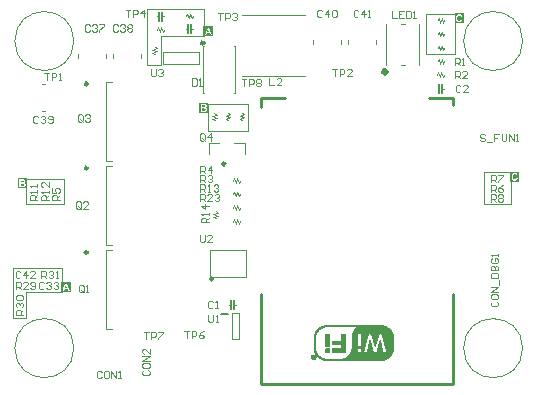
<source format=gto>
G04*
G04 #@! TF.GenerationSoftware,Altium Limited,Altium Designer,20.1.8 (145)*
G04*
G04 Layer_Color=16777215*
%FSAX44Y44*%
%MOMM*%
G71*
G04*
G04 #@! TF.SameCoordinates,4BD3250C-79EC-4D4E-AA4E-9321392E63C2*
G04*
G04*
G04 #@! TF.FilePolarity,Positive*
G04*
G01*
G75*
%ADD10C,0.2500*%
%ADD11C,0.5000*%
%ADD12C,0.1016*%
%ADD13C,0.1270*%
%ADD14C,0.0127*%
%ADD15C,0.2540*%
%ADD16C,0.2032*%
G36*
X00431953Y00170632D02*
X00424264D01*
Y00179403D01*
X00431953D01*
Y00170632D01*
D02*
G37*
G36*
X00385047Y00304908D02*
X00377358D01*
Y00313679D01*
X00385047D01*
Y00304908D01*
D02*
G37*
G36*
X00015289Y00165448D02*
X00007815D01*
Y00173984D01*
X00015289D01*
Y00165448D01*
D02*
G37*
G36*
X00168871Y00229052D02*
X00161398D01*
Y00237587D01*
X00168871D01*
Y00229052D01*
D02*
G37*
G36*
X00052788Y00077191D02*
X00044234D01*
Y00085726D01*
X00052788D01*
Y00077191D01*
D02*
G37*
G36*
X00173227Y00293904D02*
X00164673D01*
Y00302440D01*
X00173227D01*
Y00293904D01*
D02*
G37*
%LPC*%
G36*
X00428428Y00178386D02*
X00428315D01*
X00428071Y00178377D01*
X00427827Y00178349D01*
X00427611Y00178302D01*
X00427394Y00178246D01*
X00427206Y00178180D01*
X00427018Y00178104D01*
X00426859Y00178020D01*
X00426708Y00177935D01*
X00426567Y00177851D01*
X00426455Y00177766D01*
X00426351Y00177691D01*
X00426267Y00177625D01*
X00426201Y00177569D01*
X00426154Y00177522D01*
X00426126Y00177494D01*
X00426116Y00177484D01*
X00425966Y00177306D01*
X00425844Y00177118D01*
X00425731Y00176920D01*
X00425637Y00176714D01*
X00425552Y00176497D01*
X00425487Y00176291D01*
X00425430Y00176084D01*
X00425383Y00175887D01*
X00425346Y00175689D01*
X00425327Y00175520D01*
X00425308Y00175360D01*
X00425289Y00175229D01*
Y00175116D01*
X00425280Y00175031D01*
Y00174956D01*
X00425289Y00174674D01*
X00425317Y00174411D01*
X00425355Y00174157D01*
X00425411Y00173932D01*
X00425468Y00173716D01*
X00425543Y00173509D01*
X00425618Y00173330D01*
X00425693Y00173171D01*
X00425769Y00173020D01*
X00425844Y00172889D01*
X00425919Y00172785D01*
X00425975Y00172691D01*
X00426032Y00172626D01*
X00426069Y00172569D01*
X00426097Y00172541D01*
X00426107Y00172532D01*
X00426267Y00172372D01*
X00426436Y00172240D01*
X00426614Y00172118D01*
X00426793Y00172024D01*
X00426971Y00171940D01*
X00427150Y00171864D01*
X00427319Y00171808D01*
X00427479Y00171761D01*
X00427639Y00171723D01*
X00427780Y00171695D01*
X00427911Y00171676D01*
X00428015Y00171667D01*
X00428109Y00171658D01*
X00428174Y00171648D01*
X00428231D01*
X00428428Y00171658D01*
X00428607Y00171667D01*
X00428785Y00171695D01*
X00428945Y00171733D01*
X00429095Y00171770D01*
X00429236Y00171808D01*
X00429368Y00171855D01*
X00429490Y00171911D01*
X00429594Y00171958D01*
X00429688Y00172005D01*
X00429772Y00172043D01*
X00429838Y00172080D01*
X00429894Y00172118D01*
X00429932Y00172146D01*
X00429951Y00172156D01*
X00429960Y00172165D01*
X00430082Y00172268D01*
X00430195Y00172381D01*
X00430402Y00172635D01*
X00430571Y00172898D01*
X00430702Y00173152D01*
X00430759Y00173274D01*
X00430806Y00173387D01*
X00430843Y00173490D01*
X00430881Y00173575D01*
X00430909Y00173650D01*
X00430928Y00173706D01*
X00430937Y00173744D01*
Y00173753D01*
X00429659Y00174148D01*
X00429584Y00173894D01*
X00429500Y00173678D01*
X00429415Y00173500D01*
X00429321Y00173349D01*
X00429246Y00173236D01*
X00429180Y00173161D01*
X00429133Y00173114D01*
X00429114Y00173095D01*
X00428964Y00172983D01*
X00428813Y00172908D01*
X00428663Y00172851D01*
X00428531Y00172804D01*
X00428409Y00172785D01*
X00428306Y00172776D01*
X00428268Y00172766D01*
X00428221D01*
X00428090Y00172776D01*
X00427968Y00172785D01*
X00427742Y00172851D01*
X00427545Y00172926D01*
X00427385Y00173030D01*
X00427253Y00173124D01*
X00427159Y00173199D01*
X00427122Y00173236D01*
X00427094Y00173265D01*
X00427084Y00173274D01*
X00427075Y00173283D01*
X00427000Y00173387D01*
X00426934Y00173509D01*
X00426868Y00173640D01*
X00426821Y00173782D01*
X00426746Y00174073D01*
X00426689Y00174364D01*
X00426671Y00174505D01*
X00426661Y00174627D01*
X00426642Y00174750D01*
Y00174853D01*
X00426633Y00174928D01*
Y00174994D01*
Y00175041D01*
Y00175050D01*
X00426642Y00175266D01*
X00426652Y00175464D01*
X00426671Y00175642D01*
X00426699Y00175811D01*
X00426736Y00175962D01*
X00426774Y00176103D01*
X00426812Y00176225D01*
X00426859Y00176338D01*
X00426896Y00176432D01*
X00426934Y00176516D01*
X00426971Y00176582D01*
X00427009Y00176639D01*
X00427037Y00176685D01*
X00427056Y00176714D01*
X00427075Y00176732D01*
Y00176742D01*
X00427159Y00176836D01*
X00427253Y00176920D01*
X00427347Y00176986D01*
X00427451Y00177043D01*
X00427648Y00177137D01*
X00427836Y00177202D01*
X00427996Y00177240D01*
X00428071Y00177249D01*
X00428127Y00177259D01*
X00428184Y00177268D01*
X00428250D01*
X00428438Y00177259D01*
X00428607Y00177221D01*
X00428757Y00177174D01*
X00428889Y00177118D01*
X00428992Y00177061D01*
X00429067Y00177014D01*
X00429114Y00176977D01*
X00429133Y00176967D01*
X00429255Y00176855D01*
X00429368Y00176723D01*
X00429453Y00176591D01*
X00429518Y00176460D01*
X00429565Y00176347D01*
X00429594Y00176262D01*
X00429612Y00176225D01*
Y00176197D01*
X00429622Y00176187D01*
Y00176178D01*
X00430919Y00176488D01*
X00430825Y00176761D01*
X00430721Y00176996D01*
X00430608Y00177202D01*
X00430505Y00177372D01*
X00430402Y00177503D01*
X00430364Y00177560D01*
X00430326Y00177607D01*
X00430298Y00177635D01*
X00430270Y00177663D01*
X00430261Y00177682D01*
X00430251D01*
X00430110Y00177804D01*
X00429951Y00177917D01*
X00429800Y00178011D01*
X00429641Y00178086D01*
X00429471Y00178161D01*
X00429311Y00178217D01*
X00429152Y00178264D01*
X00429001Y00178302D01*
X00428860Y00178330D01*
X00428729Y00178349D01*
X00428616Y00178368D01*
X00428513Y00178377D01*
X00428428Y00178386D01*
D02*
G37*
G36*
X00381522Y00312663D02*
X00381409D01*
X00381165Y00312653D01*
X00380921Y00312625D01*
X00380705Y00312578D01*
X00380489Y00312522D01*
X00380300Y00312456D01*
X00380112Y00312381D01*
X00379953Y00312296D01*
X00379802Y00312212D01*
X00379661Y00312127D01*
X00379549Y00312042D01*
X00379445Y00311967D01*
X00379361Y00311901D01*
X00379295Y00311845D01*
X00379248Y00311798D01*
X00379220Y00311770D01*
X00379210Y00311761D01*
X00379060Y00311582D01*
X00378938Y00311394D01*
X00378825Y00311197D01*
X00378731Y00310990D01*
X00378647Y00310774D01*
X00378581Y00310567D01*
X00378524Y00310360D01*
X00378477Y00310163D01*
X00378440Y00309965D01*
X00378421Y00309796D01*
X00378402Y00309636D01*
X00378383Y00309505D01*
Y00309392D01*
X00378374Y00309308D01*
Y00309232D01*
X00378383Y00308951D01*
X00378411Y00308687D01*
X00378449Y00308434D01*
X00378506Y00308208D01*
X00378562Y00307992D01*
X00378637Y00307785D01*
X00378712Y00307607D01*
X00378787Y00307447D01*
X00378863Y00307296D01*
X00378938Y00307165D01*
X00379013Y00307062D01*
X00379069Y00306968D01*
X00379126Y00306902D01*
X00379163Y00306845D01*
X00379192Y00306817D01*
X00379201Y00306808D01*
X00379361Y00306648D01*
X00379530Y00306516D01*
X00379708Y00306394D01*
X00379887Y00306300D01*
X00380066Y00306216D01*
X00380244Y00306140D01*
X00380413Y00306084D01*
X00380573Y00306037D01*
X00380733Y00306000D01*
X00380874Y00305971D01*
X00381005Y00305952D01*
X00381109Y00305943D01*
X00381203Y00305934D01*
X00381269Y00305924D01*
X00381325D01*
X00381522Y00305934D01*
X00381701Y00305943D01*
X00381879Y00305971D01*
X00382039Y00306009D01*
X00382189Y00306047D01*
X00382331Y00306084D01*
X00382462Y00306131D01*
X00382584Y00306187D01*
X00382688Y00306234D01*
X00382782Y00306281D01*
X00382866Y00306319D01*
X00382932Y00306357D01*
X00382988Y00306394D01*
X00383026Y00306422D01*
X00383045Y00306432D01*
X00383054Y00306441D01*
X00383176Y00306545D01*
X00383289Y00306657D01*
X00383496Y00306911D01*
X00383665Y00307174D01*
X00383797Y00307428D01*
X00383853Y00307550D01*
X00383900Y00307663D01*
X00383937Y00307766D01*
X00383975Y00307851D01*
X00384003Y00307926D01*
X00384022Y00307983D01*
X00384031Y00308020D01*
Y00308029D01*
X00382753Y00308424D01*
X00382678Y00308170D01*
X00382594Y00307954D01*
X00382509Y00307776D01*
X00382415Y00307625D01*
X00382340Y00307513D01*
X00382274Y00307437D01*
X00382227Y00307390D01*
X00382208Y00307372D01*
X00382058Y00307259D01*
X00381908Y00307184D01*
X00381757Y00307127D01*
X00381626Y00307080D01*
X00381503Y00307062D01*
X00381400Y00307052D01*
X00381362Y00307043D01*
X00381315D01*
X00381184Y00307052D01*
X00381062Y00307062D01*
X00380836Y00307127D01*
X00380639Y00307202D01*
X00380479Y00307306D01*
X00380348Y00307400D01*
X00380253Y00307475D01*
X00380216Y00307513D01*
X00380188Y00307541D01*
X00380178Y00307550D01*
X00380169Y00307560D01*
X00380094Y00307663D01*
X00380028Y00307785D01*
X00379962Y00307917D01*
X00379915Y00308058D01*
X00379840Y00308349D01*
X00379784Y00308640D01*
X00379765Y00308781D01*
X00379755Y00308904D01*
X00379737Y00309026D01*
Y00309129D01*
X00379727Y00309204D01*
Y00309270D01*
Y00309317D01*
Y00309326D01*
X00379737Y00309543D01*
X00379746Y00309740D01*
X00379765Y00309918D01*
X00379793Y00310088D01*
X00379831Y00310238D01*
X00379868Y00310379D01*
X00379906Y00310501D01*
X00379953Y00310614D01*
X00379990Y00310708D01*
X00380028Y00310793D01*
X00380066Y00310858D01*
X00380103Y00310915D01*
X00380131Y00310962D01*
X00380150Y00310990D01*
X00380169Y00311009D01*
Y00311018D01*
X00380253Y00311112D01*
X00380348Y00311197D01*
X00380442Y00311262D01*
X00380545Y00311319D01*
X00380742Y00311413D01*
X00380930Y00311479D01*
X00381090Y00311516D01*
X00381165Y00311525D01*
X00381222Y00311535D01*
X00381278Y00311544D01*
X00381344D01*
X00381532Y00311535D01*
X00381701Y00311497D01*
X00381851Y00311450D01*
X00381983Y00311394D01*
X00382086Y00311338D01*
X00382161Y00311291D01*
X00382208Y00311253D01*
X00382227Y00311244D01*
X00382349Y00311131D01*
X00382462Y00310999D01*
X00382547Y00310868D01*
X00382612Y00310736D01*
X00382659Y00310623D01*
X00382688Y00310539D01*
X00382706Y00310501D01*
Y00310473D01*
X00382716Y00310464D01*
Y00310454D01*
X00384013Y00310764D01*
X00383919Y00311037D01*
X00383815Y00311272D01*
X00383703Y00311479D01*
X00383599Y00311648D01*
X00383496Y00311779D01*
X00383458Y00311836D01*
X00383421Y00311883D01*
X00383392Y00311911D01*
X00383364Y00311939D01*
X00383355Y00311958D01*
X00383345D01*
X00383204Y00312080D01*
X00383045Y00312193D01*
X00382894Y00312287D01*
X00382735Y00312362D01*
X00382565Y00312437D01*
X00382406Y00312493D01*
X00382246Y00312540D01*
X00382095Y00312578D01*
X00381955Y00312606D01*
X00381823Y00312625D01*
X00381710Y00312644D01*
X00381607Y00312653D01*
X00381522Y00312663D01*
D02*
G37*
G36*
X00011688Y00172968D02*
X00008831D01*
Y00166465D01*
X00011651D01*
X00011810Y00166474D01*
X00012092D01*
X00012205Y00166483D01*
X00012384D01*
X00012449Y00166493D01*
X00012543D01*
X00012581Y00166502D01*
X00012618D01*
X00012807Y00166530D01*
X00012976Y00166577D01*
X00013126Y00166624D01*
X00013258Y00166681D01*
X00013361Y00166728D01*
X00013436Y00166775D01*
X00013483Y00166803D01*
X00013502Y00166812D01*
X00013634Y00166916D01*
X00013737Y00167028D01*
X00013840Y00167132D01*
X00013915Y00167244D01*
X00013981Y00167339D01*
X00014028Y00167414D01*
X00014056Y00167461D01*
X00014066Y00167479D01*
X00014132Y00167639D01*
X00014188Y00167790D01*
X00014226Y00167940D01*
X00014244Y00168072D01*
X00014263Y00168184D01*
X00014273Y00168269D01*
Y00168344D01*
X00014263Y00168551D01*
X00014226Y00168739D01*
X00014169Y00168899D01*
X00014113Y00169049D01*
X00014056Y00169162D01*
X00014000Y00169246D01*
X00013962Y00169303D01*
X00013953Y00169321D01*
X00013822Y00169472D01*
X00013680Y00169594D01*
X00013521Y00169697D01*
X00013380Y00169773D01*
X00013248Y00169838D01*
X00013135Y00169885D01*
X00013098Y00169895D01*
X00013070Y00169904D01*
X00013051Y00169914D01*
X00013041D01*
X00013192Y00169998D01*
X00013323Y00170083D01*
X00013436Y00170186D01*
X00013530Y00170271D01*
X00013596Y00170355D01*
X00013652Y00170421D01*
X00013690Y00170468D01*
X00013699Y00170487D01*
X00013784Y00170637D01*
X00013850Y00170778D01*
X00013887Y00170919D01*
X00013925Y00171051D01*
X00013944Y00171164D01*
X00013953Y00171248D01*
Y00171304D01*
Y00171314D01*
Y00171323D01*
X00013944Y00171474D01*
X00013925Y00171624D01*
X00013887Y00171746D01*
X00013850Y00171859D01*
X00013812Y00171953D01*
X00013774Y00172028D01*
X00013756Y00172066D01*
X00013746Y00172085D01*
X00013671Y00172207D01*
X00013586Y00172310D01*
X00013502Y00172404D01*
X00013427Y00172489D01*
X00013352Y00172545D01*
X00013295Y00172592D01*
X00013258Y00172620D01*
X00013248Y00172630D01*
X00013135Y00172705D01*
X00013013Y00172761D01*
X00012901Y00172808D01*
X00012797Y00172846D01*
X00012703Y00172874D01*
X00012637Y00172893D01*
X00012590Y00172902D01*
X00012572D01*
X00012412Y00172921D01*
X00012233Y00172940D01*
X00012045Y00172949D01*
X00011857Y00172959D01*
X00011688Y00172968D01*
D02*
G37*
%LPD*%
G36*
X00011557Y00171878D02*
X00011801D01*
X00011857Y00171868D01*
X00011961D01*
X00011998Y00171859D01*
X00012008D01*
X00012120Y00171840D01*
X00012224Y00171812D01*
X00012308Y00171774D01*
X00012384Y00171737D01*
X00012431Y00171699D01*
X00012478Y00171662D01*
X00012496Y00171643D01*
X00012506Y00171633D01*
X00012562Y00171558D01*
X00012600Y00171474D01*
X00012637Y00171399D01*
X00012656Y00171323D01*
X00012665Y00171248D01*
X00012675Y00171192D01*
Y00171154D01*
Y00171145D01*
X00012665Y00171032D01*
X00012647Y00170929D01*
X00012609Y00170844D01*
X00012581Y00170769D01*
X00012543Y00170703D01*
X00012506Y00170665D01*
X00012487Y00170637D01*
X00012478Y00170628D01*
X00012402Y00170562D01*
X00012318Y00170515D01*
X00012233Y00170478D01*
X00012149Y00170449D01*
X00012064Y00170421D01*
X00012008Y00170412D01*
X00011970Y00170402D01*
X00011914D01*
X00011857Y00170393D01*
X00011566D01*
X00011406Y00170383D01*
X00010147D01*
Y00171887D01*
X00011453D01*
X00011557Y00171878D01*
D02*
G37*
G36*
X00011641Y00169293D02*
X00011754Y00169284D01*
X00011867D01*
X00011961Y00169275D01*
X00012045Y00169265D01*
X00012111Y00169256D01*
X00012177Y00169246D01*
X00012224Y00169237D01*
X00012299Y00169228D01*
X00012346Y00169209D01*
X00012355D01*
X00012449Y00169171D01*
X00012534Y00169124D01*
X00012609Y00169077D01*
X00012665Y00169021D01*
X00012713Y00168983D01*
X00012741Y00168946D01*
X00012759Y00168917D01*
X00012769Y00168908D01*
X00012816Y00168823D01*
X00012853Y00168739D01*
X00012882Y00168664D01*
X00012901Y00168579D01*
X00012910Y00168513D01*
X00012919Y00168457D01*
Y00168419D01*
Y00168410D01*
X00012910Y00168288D01*
X00012891Y00168175D01*
X00012863Y00168081D01*
X00012825Y00168006D01*
X00012788Y00167940D01*
X00012759Y00167893D01*
X00012741Y00167865D01*
X00012731Y00167855D01*
X00012656Y00167790D01*
X00012581Y00167733D01*
X00012496Y00167686D01*
X00012421Y00167649D01*
X00012355Y00167630D01*
X00012299Y00167611D01*
X00012261Y00167602D01*
X00012252D01*
X00012214Y00167592D01*
X00012158D01*
X00012036Y00167583D01*
X00011885Y00167574D01*
X00011735D01*
X00011594Y00167564D01*
X00010147D01*
Y00169303D01*
X00011510D01*
X00011641Y00169293D01*
D02*
G37*
%LPC*%
G36*
X00165271Y00236571D02*
X00162414D01*
Y00230068D01*
X00165233D01*
X00165393Y00230077D01*
X00165675D01*
X00165788Y00230086D01*
X00165966D01*
X00166032Y00230096D01*
X00166126D01*
X00166164Y00230105D01*
X00166201D01*
X00166389Y00230133D01*
X00166558Y00230180D01*
X00166709Y00230228D01*
X00166840Y00230284D01*
X00166944Y00230331D01*
X00167019Y00230378D01*
X00167066Y00230406D01*
X00167085Y00230415D01*
X00167216Y00230519D01*
X00167320Y00230632D01*
X00167423Y00230735D01*
X00167498Y00230848D01*
X00167564Y00230942D01*
X00167611Y00231017D01*
X00167639Y00231064D01*
X00167648Y00231083D01*
X00167714Y00231243D01*
X00167771Y00231393D01*
X00167808Y00231543D01*
X00167827Y00231675D01*
X00167846Y00231788D01*
X00167855Y00231872D01*
Y00231947D01*
X00167846Y00232154D01*
X00167808Y00232342D01*
X00167752Y00232502D01*
X00167695Y00232652D01*
X00167639Y00232765D01*
X00167583Y00232850D01*
X00167545Y00232906D01*
X00167536Y00232925D01*
X00167404Y00233075D01*
X00167263Y00233197D01*
X00167103Y00233301D01*
X00166962Y00233376D01*
X00166831Y00233442D01*
X00166718Y00233489D01*
X00166680Y00233498D01*
X00166652Y00233507D01*
X00166633Y00233517D01*
X00166624D01*
X00166774Y00233601D01*
X00166906Y00233686D01*
X00167019Y00233789D01*
X00167113Y00233874D01*
X00167178Y00233958D01*
X00167235Y00234024D01*
X00167272Y00234071D01*
X00167282Y00234090D01*
X00167367Y00234240D01*
X00167432Y00234381D01*
X00167470Y00234522D01*
X00167507Y00234654D01*
X00167526Y00234767D01*
X00167536Y00234851D01*
Y00234908D01*
Y00234917D01*
Y00234926D01*
X00167526Y00235077D01*
X00167507Y00235227D01*
X00167470Y00235349D01*
X00167432Y00235462D01*
X00167395Y00235556D01*
X00167357Y00235631D01*
X00167338Y00235669D01*
X00167329Y00235688D01*
X00167254Y00235810D01*
X00167169Y00235913D01*
X00167085Y00236007D01*
X00167009Y00236092D01*
X00166934Y00236148D01*
X00166878Y00236195D01*
X00166840Y00236223D01*
X00166831Y00236233D01*
X00166718Y00236308D01*
X00166596Y00236364D01*
X00166483Y00236411D01*
X00166380Y00236449D01*
X00166286Y00236477D01*
X00166220Y00236496D01*
X00166173Y00236505D01*
X00166154D01*
X00165994Y00236524D01*
X00165816Y00236543D01*
X00165628Y00236552D01*
X00165440Y00236562D01*
X00165271Y00236571D01*
D02*
G37*
%LPD*%
G36*
X00165139Y00235481D02*
X00165383D01*
X00165440Y00235472D01*
X00165543D01*
X00165581Y00235462D01*
X00165590D01*
X00165703Y00235443D01*
X00165806Y00235415D01*
X00165891Y00235378D01*
X00165966Y00235340D01*
X00166013Y00235302D01*
X00166060Y00235265D01*
X00166079Y00235246D01*
X00166088Y00235237D01*
X00166145Y00235161D01*
X00166182Y00235077D01*
X00166220Y00235002D01*
X00166239Y00234926D01*
X00166248Y00234851D01*
X00166257Y00234795D01*
Y00234757D01*
Y00234748D01*
X00166248Y00234635D01*
X00166229Y00234532D01*
X00166192Y00234447D01*
X00166164Y00234372D01*
X00166126Y00234306D01*
X00166088Y00234269D01*
X00166070Y00234240D01*
X00166060Y00234231D01*
X00165985Y00234165D01*
X00165900Y00234118D01*
X00165816Y00234081D01*
X00165731Y00234053D01*
X00165647Y00234024D01*
X00165590Y00234015D01*
X00165553Y00234006D01*
X00165496D01*
X00165440Y00233996D01*
X00165149D01*
X00164989Y00233987D01*
X00163729D01*
Y00235490D01*
X00165036D01*
X00165139Y00235481D01*
D02*
G37*
G36*
X00165224Y00232896D02*
X00165336Y00232887D01*
X00165449D01*
X00165543Y00232878D01*
X00165628Y00232868D01*
X00165694Y00232859D01*
X00165759Y00232850D01*
X00165806Y00232840D01*
X00165882Y00232831D01*
X00165929Y00232812D01*
X00165938D01*
X00166032Y00232774D01*
X00166117Y00232727D01*
X00166192Y00232680D01*
X00166248Y00232624D01*
X00166295Y00232586D01*
X00166323Y00232549D01*
X00166342Y00232521D01*
X00166352Y00232511D01*
X00166399Y00232427D01*
X00166436Y00232342D01*
X00166464Y00232267D01*
X00166483Y00232182D01*
X00166493Y00232117D01*
X00166502Y00232060D01*
Y00232022D01*
Y00232013D01*
X00166493Y00231891D01*
X00166474Y00231778D01*
X00166446Y00231684D01*
X00166408Y00231609D01*
X00166370Y00231543D01*
X00166342Y00231496D01*
X00166323Y00231468D01*
X00166314Y00231459D01*
X00166239Y00231393D01*
X00166164Y00231336D01*
X00166079Y00231290D01*
X00166004Y00231252D01*
X00165938Y00231233D01*
X00165882Y00231214D01*
X00165844Y00231205D01*
X00165835D01*
X00165797Y00231196D01*
X00165741D01*
X00165618Y00231186D01*
X00165468Y00231177D01*
X00165318D01*
X00165177Y00231167D01*
X00163729D01*
Y00232906D01*
X00165092D01*
X00165224Y00232896D01*
D02*
G37*
%LPC*%
G36*
X00049159Y00084710D02*
X00047768D01*
X00045250Y00078207D01*
X00046641D01*
X00047176Y00079682D01*
X00049789D01*
X00050353Y00078207D01*
X00051772D01*
X00049159Y00084710D01*
D02*
G37*
%LPD*%
G36*
X00049366Y00080782D02*
X00047571D01*
X00048454Y00083197D01*
X00049366Y00080782D01*
D02*
G37*
%LPC*%
G36*
X00169598Y00301424D02*
X00168207D01*
X00165688Y00294921D01*
X00167079D01*
X00167615Y00296396D01*
X00170228D01*
X00170792Y00294921D01*
X00172211D01*
X00169598Y00301424D01*
D02*
G37*
%LPD*%
G36*
X00169805Y00297496D02*
X00168010D01*
X00168893Y00299911D01*
X00169805Y00297496D01*
D02*
G37*
D10*
X00172686Y00088706D02*
G03*
X00172686Y00088706I-00001250J00000000D01*
G01*
X00165010Y00288352D02*
G03*
X00165010Y00288352I-00001250J00000000D01*
G01*
X00066845Y00111138D02*
G03*
X00066845Y00111138I-00001250J00000000D01*
G01*
Y00182411D02*
G03*
X00066845Y00182411I-00001250J00000000D01*
G01*
Y00253683D02*
G03*
X00066845Y00253683I-00001250J00000000D01*
G01*
X00183256Y00186055D02*
G03*
X00183256Y00186055I-00001250J00000000D01*
G01*
D11*
X00319220Y00263926D02*
G03*
X00319220Y00263926I-00001000J00000000D01*
G01*
D12*
X00435000Y00290000D02*
G03*
X00435000Y00290000I-00025000J00000000D01*
G01*
X00167054Y00288192D02*
G03*
X00167054Y00288192I-00001250J00000000D01*
G01*
X00435000Y00030000D02*
G03*
X00435000Y00030000I-00025000J00000000D01*
G01*
X00055000D02*
G03*
X00055000Y00030000I-00025000J00000000D01*
G01*
Y00290000D02*
G03*
X00055000Y00290000I-00025000J00000000D01*
G01*
X00081978Y00255434D02*
X00087727D01*
X00081978Y00188433D02*
Y00255434D01*
Y00188433D02*
X00087727D01*
X00362920Y00295990D02*
X00363936Y00297768D01*
X00365206Y00293958D01*
X00366476Y00297768D01*
X00367746Y00293958D01*
X00368668Y00296031D01*
X00014797Y00173476D02*
X00046293D01*
X00014797Y00151641D02*
Y00173476D01*
X00402218Y00178896D02*
X00424768D01*
Y00152085D02*
Y00178896D01*
X00353442Y00313173D02*
X00377860D01*
Y00278828D02*
Y00313173D01*
X00353442Y00278828D02*
X00377860D01*
X00353442D02*
Y00313173D01*
X00402218Y00152085D02*
Y00178896D01*
Y00152085D02*
X00424768D01*
X00367746Y00282375D02*
X00368668Y00284449D01*
X00366476Y00286185D02*
X00367746Y00282375D01*
X00365206D02*
X00366476Y00286185D01*
X00363936D02*
X00365206Y00282375D01*
X00362920Y00284407D02*
X00363936Y00286185D01*
X00367746Y00305460D02*
X00368668Y00307534D01*
X00366476Y00309270D02*
X00367746Y00305460D01*
X00365206D02*
X00366476Y00309270D01*
X00363936D02*
X00365206Y00305460D01*
X00362920Y00307492D02*
X00363936Y00309270D01*
X00367746Y00270872D02*
X00368668Y00272946D01*
X00366476Y00274682D02*
X00367746Y00270872D01*
X00365206D02*
X00366476Y00274682D01*
X00363936D02*
X00365206Y00270872D01*
X00362920Y00272904D02*
X00363936Y00274682D01*
X00169906Y00090414D02*
X00200906D01*
X00169906Y00113414D02*
X00200906D01*
X00169906Y00090414D02*
Y00113414D01*
X00200906Y00090414D02*
Y00113414D01*
X00027944Y00230441D02*
X00030944D01*
X00027944Y00253941D02*
X00030944D01*
X00319460Y00269536D02*
Y00304536D01*
X00347460Y00269536D02*
Y00304536D01*
X00331936Y00304312D02*
X00334984D01*
X00331936Y00269514D02*
X00334984D01*
X00111734Y00275848D02*
Y00278848D01*
X00088234Y00275848D02*
Y00278848D01*
X00257521Y00287644D02*
Y00290644D01*
X00281021Y00287644D02*
Y00290644D01*
X00082271Y00275848D02*
Y00278848D01*
X00058771Y00275848D02*
Y00278848D01*
X00287024Y00287644D02*
Y00290644D01*
X00310523Y00287644D02*
Y00290644D01*
X00123563Y00284912D02*
X00125341Y00283896D01*
X00121531Y00282626D02*
X00125341Y00283896D01*
X00121531Y00282626D02*
X00125341Y00281356D01*
X00121531Y00280086D02*
X00125341Y00281356D01*
X00121531Y00280086D02*
X00123605Y00279164D01*
X00125641Y00299688D02*
X00126563Y00301762D01*
X00127833Y00297952D01*
X00129103Y00301762D01*
X00130373Y00297952D01*
X00131389Y00299730D01*
X00125801Y00310980D02*
X00127325D01*
X00129865D02*
X00131389D01*
X00116875Y00269784D02*
X00128960D01*
X00116875D02*
Y00316734D01*
X00154912Y00309372D02*
X00155834Y00311446D01*
X00153642Y00313182D02*
X00154912Y00309372D01*
X00152372D02*
X00153642Y00313182D01*
X00151102D02*
X00152372Y00309372D01*
X00150086Y00311404D02*
X00151102Y00313182D01*
X00130260Y00270602D02*
Y00280602D01*
X00161260Y00270602D02*
Y00280602D01*
X00130260Y00270602D02*
X00161260D01*
X00130260Y00280602D02*
X00161260D01*
X00046293Y00151641D02*
Y00173476D01*
X00014797Y00151641D02*
X00046293D01*
X00168364Y00213822D02*
Y00237078D01*
Y00213822D02*
X00202669D01*
Y00237078D01*
X00168364D02*
X00202669D01*
X00044726Y00077691D02*
Y00097522D01*
X00003812D02*
X00044726D01*
X00003812Y00055612D02*
X00014144D01*
X00003812D02*
Y00097522D01*
X00014144Y00055612D02*
Y00077691D01*
X00044726D01*
X00128960Y00294417D02*
X00165101D01*
X00128960Y00269784D02*
Y00294417D01*
X00164750Y00245840D02*
Y00285840D01*
X00191750Y00245840D02*
Y00285840D01*
X00164750Y00245840D02*
X00165492D01*
X00164750Y00285840D02*
X00165492D01*
X00191008Y00245840D02*
X00191750D01*
X00191008Y00285840D02*
X00191750D01*
X00362920Y00249464D02*
X00364444D01*
X00366984D02*
X00368508D01*
X00367492Y00259624D02*
X00368508Y00261402D01*
X00366222Y00263434D02*
X00367492Y00259624D01*
X00364952D02*
X00366222Y00263434D01*
X00363682D02*
X00364952Y00259624D01*
X00362760Y00261360D02*
X00363682Y00263434D01*
X00150086Y00300257D02*
X00151610D01*
X00154150D02*
X00155674D01*
X00190676Y00066712D02*
X00192200D01*
X00186612D02*
X00188136D01*
X00081978Y00112888D02*
X00087727D01*
X00081978Y00045889D02*
Y00112888D01*
Y00045889D02*
X00087727D01*
X00081978Y00117161D02*
X00087727D01*
X00081978D02*
Y00184161D01*
X00087727D01*
X00173228Y00140979D02*
X00175006Y00139963D01*
X00173228Y00140979D02*
X00177038Y00142249D01*
X00173228Y00143519D02*
X00177038Y00142249D01*
X00173228Y00143519D02*
X00177038Y00144789D01*
X00174964Y00145711D02*
X00177038Y00144789D01*
X00194582Y00146959D02*
X00195598Y00148737D01*
X00193312Y00150769D02*
X00194582Y00146959D01*
X00192042D02*
X00193312Y00150769D01*
X00190772D02*
X00192042Y00146959D01*
X00189850Y00148696D02*
X00190772Y00150769D01*
X00183804Y00224110D02*
X00185581Y00223094D01*
X00183804Y00224110D02*
X00187614Y00225380D01*
X00183804Y00226650D02*
X00187614Y00225380D01*
X00183804Y00226650D02*
X00187614Y00227920D01*
X00185540Y00228842D02*
X00187614Y00227920D01*
X00174079Y00228682D02*
X00175857Y00227666D01*
X00172047Y00226396D02*
X00175857Y00227666D01*
X00172047Y00226396D02*
X00175857Y00225126D01*
X00172047Y00223856D02*
X00175857Y00225126D01*
X00172047Y00223856D02*
X00174121Y00222934D01*
X00169506Y00194055D02*
Y00204055D01*
X00178248D01*
X00199506Y00194055D02*
Y00204055D01*
X00190764D02*
X00199506D01*
X00197042Y00228842D02*
X00199116Y00227920D01*
X00195306Y00226650D02*
X00199116Y00227920D01*
X00195306Y00226650D02*
X00199116Y00225380D01*
X00195306Y00224110D02*
X00199116Y00225380D01*
X00195306Y00224110D02*
X00197084Y00223094D01*
X00189832Y00160232D02*
X00190754Y00162306D01*
X00192024Y00158496D01*
X00193294Y00162306D01*
X00194564Y00158496D01*
X00195580Y00160274D01*
X00189832Y00171662D02*
X00190754Y00173736D01*
X00192024Y00169926D01*
X00193294Y00173736D01*
X00194564Y00169926D01*
X00195580Y00171704D01*
X00197526Y00260128D02*
X00250527D01*
X00197526Y00312128D02*
X00250527D01*
X00188906Y00059494D02*
X00194906D01*
X00188906Y00037494D02*
X00194906D01*
X00188906D02*
Y00059494D01*
X00194906Y00037494D02*
Y00059494D01*
X00194836Y00135142D02*
X00195758Y00137216D01*
X00193566Y00138952D02*
X00194836Y00135142D01*
X00192296D02*
X00193566Y00138952D01*
X00191026D02*
X00192296Y00135142D01*
X00190010Y00137174D02*
X00191026Y00138952D01*
X00116875Y00316734D02*
X00165101D01*
Y00294417D02*
Y00316734D01*
X00024883Y00225785D02*
X00023867Y00226800D01*
X00021836D01*
X00020820Y00225785D01*
Y00221722D01*
X00021836Y00220706D01*
X00023867D01*
X00024883Y00221722D01*
X00026914Y00225785D02*
X00027930Y00226800D01*
X00029961D01*
X00030977Y00225785D01*
Y00224769D01*
X00029961Y00223753D01*
X00028945D01*
X00029961D01*
X00030977Y00222738D01*
Y00221722D01*
X00029961Y00220706D01*
X00027930D01*
X00026914Y00221722D01*
X00033008D02*
X00034024Y00220706D01*
X00036055D01*
X00037071Y00221722D01*
Y00225785D01*
X00036055Y00226800D01*
X00034024D01*
X00033008Y00225785D01*
Y00224769D01*
X00034024Y00223753D01*
X00037071D01*
X00009812Y00094344D02*
X00008796Y00095360D01*
X00006765D01*
X00005749Y00094344D01*
Y00090281D01*
X00006765Y00089266D01*
X00008796D01*
X00009812Y00090281D01*
X00014890Y00089266D02*
Y00095360D01*
X00011843Y00092313D01*
X00015906D01*
X00022000Y00089266D02*
X00017937D01*
X00022000Y00093328D01*
Y00094344D01*
X00020984Y00095360D01*
X00018953D01*
X00017937Y00094344D01*
X00295905Y00315259D02*
X00294889Y00316275D01*
X00292858D01*
X00291842Y00315259D01*
Y00311196D01*
X00292858Y00310181D01*
X00294889D01*
X00295905Y00311196D01*
X00300983Y00310181D02*
Y00316275D01*
X00297936Y00313228D01*
X00301999D01*
X00304030Y00310181D02*
X00306061D01*
X00305046D01*
Y00316275D01*
X00304030Y00315259D01*
X00169121Y00136391D02*
X00163027D01*
Y00139438D01*
X00164043Y00140454D01*
X00166074D01*
X00167090Y00139438D01*
Y00136391D01*
Y00138423D02*
X00169121Y00140454D01*
Y00142486D02*
Y00144517D01*
Y00143501D01*
X00163027D01*
X00164043Y00142486D01*
X00169121Y00150611D02*
X00163027D01*
X00166074Y00147564D01*
Y00151627D01*
X00162119Y00162465D02*
Y00168559D01*
X00165166D01*
X00166182Y00167543D01*
Y00165512D01*
X00165166Y00164496D01*
X00162119D01*
X00164151D02*
X00166182Y00162465D01*
X00168213D02*
X00170245D01*
X00169229D01*
Y00168559D01*
X00168213Y00167543D01*
X00173292D02*
X00174307Y00168559D01*
X00176339D01*
X00177355Y00167543D01*
Y00166527D01*
X00176339Y00165512D01*
X00175323D01*
X00176339D01*
X00177355Y00164496D01*
Y00163480D01*
X00176339Y00162465D01*
X00174307D01*
X00173292Y00163480D01*
X00033643Y00155299D02*
X00027549D01*
Y00158346D01*
X00028564Y00159361D01*
X00030596D01*
X00031611Y00158346D01*
Y00155299D01*
Y00157330D02*
X00033643Y00159361D01*
Y00161393D02*
Y00163424D01*
Y00162408D01*
X00027549D01*
X00028564Y00161393D01*
X00033643Y00170534D02*
Y00166471D01*
X00029580Y00170534D01*
X00028564D01*
X00027549Y00169518D01*
Y00167487D01*
X00028564Y00166471D01*
X00024065Y00155386D02*
X00017971D01*
Y00158433D01*
X00018987Y00159448D01*
X00021018D01*
X00022034Y00158433D01*
Y00155386D01*
Y00157417D02*
X00024065Y00159448D01*
Y00161480D02*
Y00163511D01*
Y00162495D01*
X00017971D01*
X00018987Y00161480D01*
X00024065Y00166558D02*
Y00168589D01*
Y00167574D01*
X00017971D01*
X00018987Y00166558D01*
X00165660Y00206643D02*
Y00210705D01*
X00164644Y00211721D01*
X00162613D01*
X00161597Y00210705D01*
Y00206643D01*
X00162613Y00205627D01*
X00164644D01*
X00163628Y00207658D02*
X00165660Y00205627D01*
X00164644D02*
X00165660Y00206643D01*
X00170738Y00205627D02*
Y00211721D01*
X00167691Y00208674D01*
X00171754D01*
X00062483Y00222758D02*
Y00226820D01*
X00061467Y00227836D01*
X00059436D01*
X00058420Y00226820D01*
Y00222758D01*
X00059436Y00221742D01*
X00061467D01*
X00060451Y00223773D02*
X00062483Y00221742D01*
X00061467D02*
X00062483Y00222758D01*
X00064514Y00226820D02*
X00065530Y00227836D01*
X00067561D01*
X00068577Y00226820D01*
Y00225805D01*
X00067561Y00224789D01*
X00066545D01*
X00067561D01*
X00068577Y00223773D01*
Y00222758D01*
X00067561Y00221742D01*
X00065530D01*
X00064514Y00222758D01*
X00060939Y00149078D02*
Y00153140D01*
X00059923Y00154156D01*
X00057892D01*
X00056876Y00153140D01*
Y00149078D01*
X00057892Y00148062D01*
X00059923D01*
X00058907Y00150093D02*
X00060939Y00148062D01*
X00059923D02*
X00060939Y00149078D01*
X00067033Y00148062D02*
X00062970D01*
X00067033Y00152125D01*
Y00153140D01*
X00066017Y00154156D01*
X00063986D01*
X00062970Y00153140D01*
X00063313Y00078266D02*
Y00082328D01*
X00062297Y00083344D01*
X00060266D01*
X00059250Y00082328D01*
Y00078266D01*
X00060266Y00077250D01*
X00062297D01*
X00061281Y00079281D02*
X00063313Y00077250D01*
X00062297D02*
X00063313Y00078266D01*
X00065344Y00077250D02*
X00067375D01*
X00066360D01*
Y00083344D01*
X00065344Y00082328D01*
X00168977Y00057853D02*
Y00052775D01*
X00169992Y00051759D01*
X00172024D01*
X00173039Y00052775D01*
Y00057853D01*
X00175071Y00051759D02*
X00177102D01*
X00176086D01*
Y00057853D01*
X00175071Y00056838D01*
X00402886Y00210239D02*
X00401870Y00211255D01*
X00399839D01*
X00398823Y00210239D01*
Y00209223D01*
X00399839Y00208208D01*
X00401870D01*
X00402886Y00207192D01*
Y00206176D01*
X00401870Y00205161D01*
X00399839D01*
X00398823Y00206176D01*
X00404917Y00204145D02*
X00408980D01*
X00415074Y00211255D02*
X00411011D01*
Y00208208D01*
X00413043D01*
X00411011D01*
Y00205161D01*
X00417105Y00211255D02*
Y00206176D01*
X00418121Y00205161D01*
X00420152D01*
X00421168Y00206176D01*
Y00211255D01*
X00423199Y00205161D02*
Y00211255D01*
X00427262Y00205161D01*
Y00211255D01*
X00429293Y00205161D02*
X00431325D01*
X00430309D01*
Y00211255D01*
X00429293Y00210239D01*
X00042995Y00155348D02*
X00036901D01*
Y00158395D01*
X00037916Y00159411D01*
X00039948D01*
X00040963Y00158395D01*
Y00155348D01*
Y00157380D02*
X00042995Y00159411D01*
X00036901Y00165505D02*
Y00161442D01*
X00039948D01*
X00038932Y00163473D01*
Y00164489D01*
X00039948Y00165505D01*
X00041979D01*
X00042995Y00164489D01*
Y00162458D01*
X00041979Y00161442D01*
X00162203Y00170238D02*
Y00176332D01*
X00165250D01*
X00166266Y00175316D01*
Y00173284D01*
X00165250Y00172269D01*
X00162203D01*
X00164234D02*
X00166266Y00170238D01*
X00168297Y00175316D02*
X00169313Y00176332D01*
X00171344D01*
X00172360Y00175316D01*
Y00174300D01*
X00171344Y00173284D01*
X00170328D01*
X00171344D01*
X00172360Y00172269D01*
Y00171253D01*
X00171344Y00170238D01*
X00169313D01*
X00168297Y00171253D01*
X00162169Y00178152D02*
Y00184246D01*
X00165215D01*
X00166231Y00183230D01*
Y00181199D01*
X00165215Y00180183D01*
X00162169D01*
X00164200D02*
X00166231Y00178152D01*
X00171310D02*
Y00184246D01*
X00168263Y00181199D01*
X00172325D01*
X00377619Y00269517D02*
Y00275611D01*
X00380666D01*
X00381682Y00274595D01*
Y00272564D01*
X00380666Y00271548D01*
X00377619D01*
X00379650D02*
X00381682Y00269517D01*
X00383713D02*
X00385744D01*
X00384729D01*
Y00275611D01*
X00383713Y00274595D01*
X00377723Y00258287D02*
Y00264381D01*
X00380770D01*
X00381786Y00263365D01*
Y00261334D01*
X00380770Y00260318D01*
X00377723D01*
X00379754D02*
X00381786Y00258287D01*
X00387880D02*
X00383817D01*
X00387880Y00262350D01*
Y00263365D01*
X00386864Y00264381D01*
X00384833D01*
X00383817Y00263365D01*
X00408181Y00154062D02*
Y00160156D01*
X00411228D01*
X00412243Y00159141D01*
Y00157109D01*
X00411228Y00156094D01*
X00408181D01*
X00410212D02*
X00412243Y00154062D01*
X00414275Y00159141D02*
X00415290Y00160156D01*
X00417322D01*
X00418337Y00159141D01*
Y00158125D01*
X00417322Y00157109D01*
X00418337Y00156094D01*
Y00155078D01*
X00417322Y00154062D01*
X00415290D01*
X00414275Y00155078D01*
Y00156094D01*
X00415290Y00157109D01*
X00414275Y00158125D01*
Y00159141D01*
X00415290Y00157109D02*
X00417322D01*
X00408328Y00170470D02*
Y00176564D01*
X00411375D01*
X00412391Y00175548D01*
Y00173517D01*
X00411375Y00172501D01*
X00408328D01*
X00410359D02*
X00412391Y00170470D01*
X00414422Y00176564D02*
X00418484D01*
Y00175548D01*
X00414422Y00171485D01*
Y00170470D01*
X00408328Y00162266D02*
Y00168360D01*
X00411375D01*
X00412391Y00167344D01*
Y00165313D01*
X00411375Y00164297D01*
X00408328D01*
X00410359D02*
X00412391Y00162266D01*
X00418484Y00168360D02*
X00416453Y00167344D01*
X00414422Y00165313D01*
Y00163282D01*
X00415438Y00162266D01*
X00417469D01*
X00418484Y00163282D01*
Y00164297D01*
X00417469Y00165313D01*
X00414422D01*
X00324136Y00315801D02*
Y00309707D01*
X00328199D01*
X00334293Y00315801D02*
X00330230D01*
Y00309707D01*
X00334293D01*
X00330230Y00312754D02*
X00332262D01*
X00336324Y00315801D02*
Y00309707D01*
X00339371D01*
X00340387Y00310723D01*
Y00314786D01*
X00339371Y00315801D01*
X00336324D01*
X00342418Y00309707D02*
X00344450D01*
X00343434D01*
Y00315801D01*
X00342418Y00314786D01*
X00409176Y00069321D02*
X00408160Y00068305D01*
Y00066274D01*
X00409176Y00065258D01*
X00413238D01*
X00414254Y00066274D01*
Y00068305D01*
X00413238Y00069321D01*
X00408160Y00074399D02*
Y00072368D01*
X00409176Y00071352D01*
X00413238D01*
X00414254Y00072368D01*
Y00074399D01*
X00413238Y00075415D01*
X00409176D01*
X00408160Y00074399D01*
X00414254Y00077446D02*
X00408160D01*
X00414254Y00081509D01*
X00408160D01*
X00415270Y00083540D02*
Y00087603D01*
X00408160Y00089634D02*
X00414254D01*
Y00092681D01*
X00413238Y00093697D01*
X00409176D01*
X00408160Y00092681D01*
Y00089634D01*
Y00095728D02*
X00414254D01*
Y00098775D01*
X00413238Y00099791D01*
X00412223D01*
X00411207Y00098775D01*
Y00095728D01*
Y00098775D01*
X00410191Y00099791D01*
X00409176D01*
X00408160Y00098775D01*
Y00095728D01*
X00409176Y00105885D02*
X00408160Y00104869D01*
Y00102838D01*
X00409176Y00101822D01*
X00413238D01*
X00414254Y00102838D01*
Y00104869D01*
X00413238Y00105885D01*
X00411207D01*
Y00103854D01*
X00414254Y00107916D02*
Y00109948D01*
Y00108932D01*
X00408160D01*
X00409176Y00107916D01*
X00078465Y00009630D02*
X00077449Y00010646D01*
X00075418D01*
X00074402Y00009630D01*
Y00005568D01*
X00075418Y00004552D01*
X00077449D01*
X00078465Y00005568D01*
X00083543Y00010646D02*
X00081512D01*
X00080496Y00009630D01*
Y00005568D01*
X00081512Y00004552D01*
X00083543D01*
X00084559Y00005568D01*
Y00009630D01*
X00083543Y00010646D01*
X00086590Y00004552D02*
Y00010646D01*
X00090653Y00004552D01*
Y00010646D01*
X00092684Y00004552D02*
X00094715D01*
X00093700D01*
Y00010646D01*
X00092684Y00009630D01*
X00382278Y00251807D02*
X00381263Y00252822D01*
X00379231D01*
X00378216Y00251807D01*
Y00247744D01*
X00379231Y00246728D01*
X00381263D01*
X00382278Y00247744D01*
X00388372Y00246728D02*
X00384310D01*
X00388372Y00250791D01*
Y00251807D01*
X00387357Y00252822D01*
X00385325D01*
X00384310Y00251807D01*
X00172801Y00068660D02*
X00171786Y00069676D01*
X00169754D01*
X00168739Y00068660D01*
Y00064597D01*
X00169754Y00063582D01*
X00171786D01*
X00172801Y00064597D01*
X00174833Y00063582D02*
X00176864D01*
X00175848D01*
Y00069676D01*
X00174833Y00068660D01*
X00114028Y00011155D02*
X00113012Y00010139D01*
Y00008108D01*
X00114028Y00007092D01*
X00118090D01*
X00119106Y00008108D01*
Y00010139D01*
X00118090Y00011155D01*
X00113012Y00016233D02*
Y00014202D01*
X00114028Y00013186D01*
X00118090D01*
X00119106Y00014202D01*
Y00016233D01*
X00118090Y00017249D01*
X00114028D01*
X00113012Y00016233D01*
X00119106Y00019280D02*
X00113012D01*
X00119106Y00023343D01*
X00113012D01*
X00119106Y00029437D02*
Y00025374D01*
X00115043Y00029437D01*
X00114028D01*
X00113012Y00028421D01*
Y00026390D01*
X00114028Y00025374D01*
X00029801Y00085156D02*
X00028785Y00086171D01*
X00026754D01*
X00025738Y00085156D01*
Y00081093D01*
X00026754Y00080077D01*
X00028785D01*
X00029801Y00081093D01*
X00031832Y00085156D02*
X00032848Y00086171D01*
X00034879D01*
X00035895Y00085156D01*
Y00084140D01*
X00034879Y00083124D01*
X00033864D01*
X00034879D01*
X00035895Y00082109D01*
Y00081093D01*
X00034879Y00080077D01*
X00032848D01*
X00031832Y00081093D01*
X00037926Y00085156D02*
X00038942Y00086171D01*
X00040973D01*
X00041989Y00085156D01*
Y00084140D01*
X00040973Y00083124D01*
X00039958D01*
X00040973D01*
X00041989Y00082109D01*
Y00081093D01*
X00040973Y00080077D01*
X00038942D01*
X00037926Y00081093D01*
X00068552Y00303119D02*
X00067536Y00304135D01*
X00065505D01*
X00064489Y00303119D01*
Y00299056D01*
X00065505Y00298041D01*
X00067536D01*
X00068552Y00299056D01*
X00070583Y00303119D02*
X00071599Y00304135D01*
X00073630D01*
X00074646Y00303119D01*
Y00302103D01*
X00073630Y00301087D01*
X00072614D01*
X00073630D01*
X00074646Y00300072D01*
Y00299056D01*
X00073630Y00298041D01*
X00071599D01*
X00070583Y00299056D01*
X00076677Y00304135D02*
X00080740D01*
Y00303119D01*
X00076677Y00299056D01*
Y00298041D01*
X00265221Y00315130D02*
X00264206Y00316146D01*
X00262174D01*
X00261159Y00315130D01*
Y00311067D01*
X00262174Y00310052D01*
X00264206D01*
X00265221Y00311067D01*
X00270300Y00310052D02*
Y00316146D01*
X00267253Y00313099D01*
X00271315D01*
X00273347Y00315130D02*
X00274362Y00316146D01*
X00276394D01*
X00277409Y00315130D01*
Y00311067D01*
X00276394Y00310052D01*
X00274362D01*
X00273347Y00311067D01*
Y00315130D01*
X00154999Y00258381D02*
Y00252286D01*
X00158046D01*
X00159061Y00253302D01*
Y00257365D01*
X00158046Y00258381D01*
X00154999D01*
X00161092Y00252286D02*
X00163124D01*
X00162108D01*
Y00258381D01*
X00161092Y00257365D01*
X00220578Y00258532D02*
Y00252438D01*
X00224641D01*
X00230735D02*
X00226672D01*
X00230735Y00256501D01*
Y00257516D01*
X00229719Y00258532D01*
X00227688D01*
X00226672Y00257516D01*
X00005997Y00079960D02*
Y00086054D01*
X00009044D01*
X00010060Y00085038D01*
Y00083007D01*
X00009044Y00081991D01*
X00005997D01*
X00008028D02*
X00010060Y00079960D01*
X00016154D02*
X00012091D01*
X00016154Y00084023D01*
Y00085038D01*
X00015138Y00086054D01*
X00013107D01*
X00012091Y00085038D01*
X00018185Y00080976D02*
X00019201Y00079960D01*
X00021232D01*
X00022248Y00080976D01*
Y00085038D01*
X00021232Y00086054D01*
X00019201D01*
X00018185Y00085038D01*
Y00084023D01*
X00019201Y00083007D01*
X00022248D01*
X00012087Y00058410D02*
X00005993D01*
Y00061457D01*
X00007009Y00062473D01*
X00009040D01*
X00010056Y00061457D01*
Y00058410D01*
Y00060441D02*
X00012087Y00062473D01*
X00007009Y00064504D02*
X00005993Y00065520D01*
Y00067551D01*
X00007009Y00068567D01*
X00008025D01*
X00009040Y00067551D01*
Y00066535D01*
Y00067551D01*
X00010056Y00068567D01*
X00011072D01*
X00012087Y00067551D01*
Y00065520D01*
X00011072Y00064504D01*
X00007009Y00070598D02*
X00005993Y00071614D01*
Y00073645D01*
X00007009Y00074661D01*
X00011072D01*
X00012087Y00073645D01*
Y00071614D01*
X00011072Y00070598D01*
X00007009D01*
X00027479Y00089069D02*
Y00095163D01*
X00030526D01*
X00031541Y00094148D01*
Y00092116D01*
X00030526Y00091101D01*
X00027479D01*
X00029510D02*
X00031541Y00089069D01*
X00033573Y00094148D02*
X00034588Y00095163D01*
X00036620D01*
X00037635Y00094148D01*
Y00093132D01*
X00036620Y00092116D01*
X00035604D01*
X00036620D01*
X00037635Y00091101D01*
Y00090085D01*
X00036620Y00089069D01*
X00034588D01*
X00033573Y00090085D01*
X00039667Y00089069D02*
X00041698D01*
X00040682D01*
Y00095163D01*
X00039667Y00094148D01*
X00120385Y00266339D02*
Y00261261D01*
X00121401Y00260245D01*
X00123432D01*
X00124448Y00261261D01*
Y00266339D01*
X00126479Y00265324D02*
X00127495Y00266339D01*
X00129526D01*
X00130542Y00265324D01*
Y00264308D01*
X00129526Y00263292D01*
X00128511D01*
X00129526D01*
X00130542Y00262277D01*
Y00261261D01*
X00129526Y00260245D01*
X00127495D01*
X00126479Y00261261D01*
X00162026Y00154395D02*
Y00160489D01*
X00165073D01*
X00166089Y00159473D01*
Y00157442D01*
X00165073Y00156426D01*
X00162026D01*
X00164057D02*
X00166089Y00154395D01*
X00172183D02*
X00168120D01*
X00172183Y00158458D01*
Y00159473D01*
X00171167Y00160489D01*
X00169136D01*
X00168120Y00159473D01*
X00174214D02*
X00175230Y00160489D01*
X00177261D01*
X00178277Y00159473D01*
Y00158458D01*
X00177261Y00157442D01*
X00176245D01*
X00177261D01*
X00178277Y00156426D01*
Y00155411D01*
X00177261Y00154395D01*
X00175230D01*
X00174214Y00155411D01*
X00161618Y00126097D02*
Y00121019D01*
X00162634Y00120003D01*
X00164665D01*
X00165681Y00121019D01*
Y00126097D01*
X00171775Y00120003D02*
X00167712D01*
X00171775Y00124066D01*
Y00125082D01*
X00170759Y00126097D01*
X00168728D01*
X00167712Y00125082D01*
X00092203Y00303119D02*
X00091187Y00304135D01*
X00089155D01*
X00088140Y00303119D01*
Y00299056D01*
X00089155Y00298041D01*
X00091187D01*
X00092203Y00299056D01*
X00094234Y00303119D02*
X00095250Y00304135D01*
X00097281D01*
X00098296Y00303119D01*
Y00302103D01*
X00097281Y00301087D01*
X00096265D01*
X00097281D01*
X00098296Y00300072D01*
Y00299056D01*
X00097281Y00298041D01*
X00095250D01*
X00094234Y00299056D01*
X00100328Y00303119D02*
X00101343Y00304135D01*
X00103375D01*
X00104390Y00303119D01*
Y00302103D01*
X00103375Y00301087D01*
X00104390Y00300072D01*
Y00299056D01*
X00103375Y00298041D01*
X00101343D01*
X00100328Y00299056D01*
Y00300072D01*
X00101343Y00301087D01*
X00100328Y00302103D01*
Y00303119D01*
X00101343Y00301087D02*
X00103375D01*
X00030066Y00263318D02*
X00034128D01*
X00032097D01*
Y00257224D01*
X00036160D02*
Y00263318D01*
X00039207D01*
X00040223Y00262302D01*
Y00260271D01*
X00039207Y00259256D01*
X00036160D01*
X00042254Y00257224D02*
X00044285D01*
X00043270D01*
Y00263318D01*
X00042254Y00262302D01*
X00273940Y00266374D02*
X00278003D01*
X00275972D01*
Y00260280D01*
X00280034D02*
Y00266374D01*
X00283081D01*
X00284097Y00265358D01*
Y00263327D01*
X00283081Y00262311D01*
X00280034D01*
X00290191Y00260280D02*
X00286128D01*
X00290191Y00264343D01*
Y00265358D01*
X00289175Y00266374D01*
X00287144D01*
X00286128Y00265358D01*
X00176972Y00313597D02*
X00181035D01*
X00179003D01*
Y00307503D01*
X00183066D02*
Y00313597D01*
X00186113D01*
X00187129Y00312581D01*
Y00310550D01*
X00186113Y00309534D01*
X00183066D01*
X00189160Y00312581D02*
X00190176Y00313597D01*
X00192207D01*
X00193223Y00312581D01*
Y00311566D01*
X00192207Y00310550D01*
X00191192D01*
X00192207D01*
X00193223Y00309534D01*
Y00308519D01*
X00192207Y00307503D01*
X00190176D01*
X00189160Y00308519D01*
X00098775Y00316670D02*
X00102837D01*
X00100806D01*
Y00310576D01*
X00104869D02*
Y00316670D01*
X00107916D01*
X00108931Y00315655D01*
Y00313624D01*
X00107916Y00312608D01*
X00104869D01*
X00114010Y00310576D02*
Y00316670D01*
X00110963Y00313624D01*
X00115025D01*
X00148570Y00044428D02*
X00152633D01*
X00150601D01*
Y00038334D01*
X00154664D02*
Y00044428D01*
X00157711D01*
X00158727Y00043412D01*
Y00041381D01*
X00157711Y00040365D01*
X00154664D01*
X00164821Y00044428D02*
X00162789Y00043412D01*
X00160758Y00041381D01*
Y00039350D01*
X00161774Y00038334D01*
X00163805D01*
X00164821Y00039350D01*
Y00040365D01*
X00163805Y00041381D01*
X00160758D01*
X00114284Y00043859D02*
X00118347D01*
X00116315D01*
Y00037765D01*
X00120378D02*
Y00043859D01*
X00123425D01*
X00124441Y00042843D01*
Y00040812D01*
X00123425Y00039797D01*
X00120378D01*
X00126472Y00043859D02*
X00130535D01*
Y00042843D01*
X00126472Y00038781D01*
Y00037765D01*
X00196984Y00257709D02*
X00201047D01*
X00199016D01*
Y00251615D01*
X00203078D02*
Y00257709D01*
X00206125D01*
X00207141Y00256693D01*
Y00254662D01*
X00206125Y00253646D01*
X00203078D01*
X00209172Y00256693D02*
X00210188Y00257709D01*
X00212219D01*
X00213235Y00256693D01*
Y00255677D01*
X00212219Y00254662D01*
X00213235Y00253646D01*
Y00252630D01*
X00212219Y00251615D01*
X00210188D01*
X00209172Y00252630D01*
Y00253646D01*
X00210188Y00254662D01*
X00209172Y00255677D01*
Y00256693D01*
X00210188Y00254662D02*
X00212219D01*
D13*
X00127325Y00307170D02*
Y00314790D01*
X00129865Y00307170D02*
Y00314790D01*
X00364444Y00245654D02*
Y00253274D01*
X00366984Y00245654D02*
Y00253274D01*
X00151610Y00296446D02*
Y00304067D01*
X00154150Y00296446D02*
Y00304067D01*
X00190676Y00062902D02*
Y00070522D01*
X00188136Y00062902D02*
Y00070522D01*
D14*
X00268250Y00049471D02*
X00315240D01*
X00267234Y00049344D02*
X00316129D01*
X00266726Y00049217D02*
X00316764D01*
X00266218Y00049090D02*
X00317272D01*
X00265837Y00048963D02*
X00317653D01*
X00265456Y00048836D02*
X00318034D01*
X00265075Y00048709D02*
X00318415D01*
X00264821Y00048582D02*
X00318669D01*
X00264567Y00048455D02*
X00318923D01*
X00264313Y00048328D02*
X00267996D01*
X00295047D02*
X00319177D01*
X00264059Y00048201D02*
X00267107D01*
X00294920D02*
X00319431D01*
X00263805Y00048074D02*
X00266472D01*
X00294666D02*
X00319685D01*
X00263551Y00047947D02*
X00266091D01*
X00294539D02*
X00319939D01*
X00263297Y00047820D02*
X00265710D01*
X00294412D02*
X00320193D01*
X00263170Y00047693D02*
X00265329D01*
X00294285D02*
X00320320D01*
X00262916Y00047566D02*
X00265075D01*
X00294158D02*
X00320574D01*
X00262789Y00047439D02*
X00264821D01*
X00294031D02*
X00320701D01*
X00262662Y00047312D02*
X00264567D01*
X00293904D02*
X00320955D01*
X00262408Y00047185D02*
X00264313D01*
X00293777D02*
X00321082D01*
X00262281Y00047058D02*
X00264059D01*
X00293650D02*
X00321209D01*
X00262154Y00046931D02*
X00263805D01*
X00293523D02*
X00321336D01*
X00262027Y00046804D02*
X00263678D01*
X00293396D02*
X00321463D01*
X00261773Y00046677D02*
X00263424D01*
X00293269D02*
X00321717D01*
X00261646Y00046550D02*
X00263297D01*
X00293142D02*
X00321844D01*
X00261519Y00046423D02*
X00263170D01*
X00293142D02*
X00321971D01*
X00261392Y00046296D02*
X00262916D01*
X00293015D02*
X00322098D01*
X00261265Y00046169D02*
X00262789D01*
X00292888D02*
X00322225D01*
X00261138Y00046042D02*
X00262662D01*
X00292761D02*
X00322352D01*
X00261011Y00045915D02*
X00262535D01*
X00292634D02*
X00322479D01*
X00260884Y00045788D02*
X00262408D01*
X00292634D02*
X00322606D01*
X00260757Y00045661D02*
X00262154D01*
X00292507D02*
X00322733D01*
X00260757Y00045534D02*
X00262027D01*
X00292380D02*
X00322860D01*
X00260630Y00045407D02*
X00261900D01*
X00292380D02*
X00322860D01*
X00260503Y00045280D02*
X00261773D01*
X00292253D02*
X00322987D01*
X00260376Y00045153D02*
X00261773D01*
X00292126D02*
X00323114D01*
X00260249Y00045026D02*
X00261646D01*
X00292126D02*
X00323241D01*
X00260249Y00044899D02*
X00261519D01*
X00291999D02*
X00323241D01*
X00260122Y00044772D02*
X00261392D01*
X00291872D02*
X00323368D01*
X00259995Y00044645D02*
X00261265D01*
X00291872D02*
X00323495D01*
X00259868Y00044518D02*
X00261138D01*
X00291745D02*
X00323622D01*
X00259868Y00044391D02*
X00261138D01*
X00291745D02*
X00323622D01*
X00259741Y00044264D02*
X00261011D01*
X00291618D02*
X00323749D01*
X00259614Y00044137D02*
X00260884D01*
X00291618D02*
X00323876D01*
X00259614Y00044010D02*
X00260757D01*
X00291491D02*
X00323876D01*
X00259487Y00043883D02*
X00260757D01*
X00291491D02*
X00324003D01*
X00259487Y00043756D02*
X00260630D01*
X00291364D02*
X00324003D01*
X00259360Y00043629D02*
X00260503D01*
X00291364D02*
X00324130D01*
X00259360Y00043502D02*
X00260503D01*
X00291237D02*
X00324257D01*
X00259233Y00043375D02*
X00260376D01*
X00291237D02*
X00324257D01*
X00259233Y00043248D02*
X00260376D01*
X00291237D02*
X00324384D01*
X00259106Y00043121D02*
X00260249D01*
X00291110D02*
X00324384D01*
X00259106Y00042994D02*
X00260249D01*
X00291110D02*
X00324511D01*
X00258979Y00042867D02*
X00260122D01*
X00290983D02*
X00324511D01*
X00258979Y00042740D02*
X00260122D01*
X00290983D02*
X00324511D01*
X00258852Y00042613D02*
X00259995D01*
X00290983D02*
X00324638D01*
X00258852Y00042486D02*
X00259995D01*
X00290856D02*
X00324638D01*
X00258725Y00042359D02*
X00259868D01*
X00267869D02*
X00267996D01*
X00268377D02*
X00270409D01*
X00270663D02*
X00270917D01*
X00281585D02*
X00284760D01*
X00290856D02*
X00294793D01*
X00297968D02*
X00303937D01*
X00305969D02*
X00306223D01*
X00306350D02*
X00306477D01*
X00306731D02*
X00313081D01*
X00315113D02*
X00315240D01*
X00315494D02*
X00324765D01*
X00258725Y00042232D02*
X00259868D01*
X00267869D02*
X00271171D01*
X00281585D02*
X00285014D01*
X00290856D02*
X00294793D01*
X00298095D02*
X00303937D01*
X00306731D02*
X00312827D01*
X00315621D02*
X00324765D01*
X00258725Y00042105D02*
X00259741D01*
X00267869D02*
X00271171D01*
X00281585D02*
X00285014D01*
X00290729D02*
X00294793D01*
X00298095D02*
X00303810D01*
X00306731D02*
X00312827D01*
X00315621D02*
X00324765D01*
X00258598Y00041978D02*
X00259741D01*
X00267869D02*
X00271171D01*
X00281585D02*
X00285014D01*
X00290729D02*
X00294793D01*
X00298095D02*
X00303810D01*
X00306858D02*
X00312827D01*
X00315621D02*
X00324892D01*
X00258598Y00041851D02*
X00259741D01*
X00267869D02*
X00271171D01*
X00281585D02*
X00285014D01*
X00290729D02*
X00294793D01*
X00297968D02*
X00303810D01*
X00306858D02*
X00312700D01*
X00315748D02*
X00324892D01*
X00258598Y00041724D02*
X00259614D01*
X00267869D02*
X00271171D01*
X00281585D02*
X00285014D01*
X00290729D02*
X00294793D01*
X00297968D02*
X00303810D01*
X00306858D02*
X00312700D01*
X00315748D02*
X00325019D01*
X00258471Y00041597D02*
X00259614D01*
X00267869D02*
X00271171D01*
X00281585D02*
X00285014D01*
X00290602D02*
X00294793D01*
X00298095D02*
X00303683D01*
X00306985D02*
X00312700D01*
X00315748D02*
X00325019D01*
X00258471Y00041470D02*
X00259614D01*
X00267869D02*
X00271171D01*
X00281585D02*
X00285014D01*
X00290602D02*
X00294793D01*
X00298095D02*
X00303683D01*
X00306985D02*
X00312573D01*
X00315748D02*
X00325019D01*
X00258471Y00041343D02*
X00259487D01*
X00267869D02*
X00271171D01*
X00281585D02*
X00285014D01*
X00290602D02*
X00294793D01*
X00298095D02*
X00303683D01*
X00306985D02*
X00312573D01*
X00315875D02*
X00325019D01*
X00258344Y00041216D02*
X00259487D01*
X00267869D02*
X00271171D01*
X00281585D02*
X00285014D01*
X00290602D02*
X00294793D01*
X00298095D02*
X00303683D01*
X00306985D02*
X00312573D01*
X00315875D02*
X00325146D01*
X00258344Y00041089D02*
X00259487D01*
X00267869D02*
X00271171D01*
X00281585D02*
X00285014D01*
X00290475D02*
X00294793D01*
X00298095D02*
X00303556D01*
X00307112D02*
X00312573D01*
X00315875D02*
X00325146D01*
X00258344Y00040962D02*
X00259360D01*
X00267869D02*
X00271171D01*
X00281585D02*
X00285014D01*
X00290475D02*
X00294793D01*
X00298095D02*
X00303556D01*
X00307112D02*
X00312446D01*
X00316002D02*
X00325146D01*
X00258344Y00040835D02*
X00259360D01*
X00267869D02*
X00271171D01*
X00281585D02*
X00285014D01*
X00290475D02*
X00294793D01*
X00298095D02*
X00303556D01*
X00307112D02*
X00312446D01*
X00316002D02*
X00325273D01*
X00258217Y00040708D02*
X00259360D01*
X00267869D02*
X00271171D01*
X00281585D02*
X00285014D01*
X00290475D02*
X00294793D01*
X00298095D02*
X00303429D01*
X00307239D02*
X00312446D01*
X00316002D02*
X00325273D01*
X00258217Y00040581D02*
X00259360D01*
X00267869D02*
X00271171D01*
X00281585D02*
X00285014D01*
X00290475D02*
X00294793D01*
X00298095D02*
X00303429D01*
X00307239D02*
X00312319D01*
X00316002D02*
X00325273D01*
X00258217Y00040454D02*
X00259233D01*
X00267869D02*
X00271171D01*
X00281585D02*
X00285014D01*
X00290348D02*
X00294793D01*
X00298095D02*
X00303429D01*
X00307239D02*
X00312319D01*
X00316129D02*
X00325273D01*
X00258217Y00040327D02*
X00259233D01*
X00267869D02*
X00271171D01*
X00281585D02*
X00285014D01*
X00290348D02*
X00294793D01*
X00298095D02*
X00303429D01*
X00307239D02*
X00312319D01*
X00316129D02*
X00325273D01*
X00258217Y00040200D02*
X00259233D01*
X00267869D02*
X00271171D01*
X00281585D02*
X00285014D01*
X00290348D02*
X00294793D01*
X00298095D02*
X00303302D01*
X00307366D02*
X00312319D01*
X00316129D02*
X00325400D01*
X00258090Y00040073D02*
X00259233D01*
X00267869D02*
X00271171D01*
X00281585D02*
X00285014D01*
X00290348D02*
X00294793D01*
X00298095D02*
X00303302D01*
X00307366D02*
X00312192D01*
X00316129D02*
X00325400D01*
X00258090Y00039946D02*
X00259233D01*
X00267869D02*
X00271171D01*
X00281585D02*
X00285014D01*
X00290348D02*
X00294793D01*
X00298095D02*
X00303302D01*
X00307366D02*
X00312192D01*
X00316256D02*
X00325400D01*
X00258090Y00039819D02*
X00259106D01*
X00267869D02*
X00271171D01*
X00281585D02*
X00285014D01*
X00290348D02*
X00294793D01*
X00298095D02*
X00303302D01*
X00307493D02*
X00312192D01*
X00316256D02*
X00325400D01*
X00258090Y00039692D02*
X00259106D01*
X00267869D02*
X00271171D01*
X00281585D02*
X00285014D01*
X00290348D02*
X00294793D01*
X00298095D02*
X00303175D01*
X00307493D02*
X00312065D01*
X00316256D02*
X00325400D01*
X00258090Y00039565D02*
X00259106D01*
X00267869D02*
X00271171D01*
X00281585D02*
X00285014D01*
X00290348D02*
X00294793D01*
X00298095D02*
X00303175D01*
X00307493D02*
X00312065D01*
X00316256D02*
X00325400D01*
X00258090Y00039438D02*
X00259106D01*
X00267869D02*
X00271171D01*
X00281585D02*
X00285014D01*
X00290221D02*
X00294793D01*
X00298095D02*
X00303175D01*
X00307620D02*
X00312065D01*
X00316383D02*
X00325400D01*
X00257963Y00039311D02*
X00259106D01*
X00267869D02*
X00271171D01*
X00281585D02*
X00285014D01*
X00290221D02*
X00294793D01*
X00298095D02*
X00303175D01*
X00307620D02*
X00312065D01*
X00316383D02*
X00325527D01*
X00257963Y00039184D02*
X00259106D01*
X00267869D02*
X00271171D01*
X00281585D02*
X00285014D01*
X00290221D02*
X00294793D01*
X00298095D02*
X00303048D01*
X00307620D02*
X00311938D01*
X00316383D02*
X00325527D01*
X00257963Y00039057D02*
X00259106D01*
X00267869D02*
X00271171D01*
X00281585D02*
X00285014D01*
X00290221D02*
X00294793D01*
X00298095D02*
X00303048D01*
X00307620D02*
X00311938D01*
X00316510D02*
X00325527D01*
X00257963Y00038930D02*
X00259106D01*
X00267869D02*
X00271171D01*
X00281585D02*
X00285014D01*
X00290221D02*
X00294793D01*
X00298095D02*
X00303048D01*
X00307747D02*
X00311938D01*
X00316510D02*
X00325527D01*
X00257963Y00038803D02*
X00259106D01*
X00267869D02*
X00271171D01*
X00281585D02*
X00285014D01*
X00290221D02*
X00294793D01*
X00298095D02*
X00303048D01*
X00307747D02*
X00311811D01*
X00316510D02*
X00325527D01*
X00257963Y00038676D02*
X00259106D01*
X00267869D02*
X00271171D01*
X00281585D02*
X00285014D01*
X00290221D02*
X00294793D01*
X00298095D02*
X00302921D01*
X00307747D02*
X00311811D01*
X00316510D02*
X00325527D01*
X00257963Y00038549D02*
X00259106D01*
X00267869D02*
X00271171D01*
X00281585D02*
X00285014D01*
X00290221D02*
X00294793D01*
X00298095D02*
X00302921D01*
X00307874D02*
X00311811D01*
X00316637D02*
X00325527D01*
X00257963Y00038422D02*
X00259106D01*
X00267869D02*
X00271171D01*
X00281585D02*
X00285014D01*
X00290221D02*
X00294793D01*
X00298095D02*
X00302921D01*
X00307874D02*
X00311811D01*
X00316637D02*
X00325527D01*
X00257963Y00038295D02*
X00259106D01*
X00267869D02*
X00271171D01*
X00281585D02*
X00285014D01*
X00290221D02*
X00294793D01*
X00298095D02*
X00302794D01*
X00307874D02*
X00311684D01*
X00316637D02*
X00325527D01*
X00257963Y00038168D02*
X00259106D01*
X00267869D02*
X00271171D01*
X00281585D02*
X00285014D01*
X00290221D02*
X00294793D01*
X00298095D02*
X00302794D01*
X00307874D02*
X00311684D01*
X00316637D02*
X00325527D01*
X00257963Y00038041D02*
X00259106D01*
X00267869D02*
X00271171D01*
X00281585D02*
X00285014D01*
X00290221D02*
X00294793D01*
X00298095D02*
X00302794D01*
X00308001D02*
X00311684D01*
X00316764D02*
X00325527D01*
X00257963Y00037914D02*
X00259106D01*
X00267869D02*
X00271171D01*
X00281585D02*
X00285014D01*
X00290221D02*
X00294793D01*
X00298095D02*
X00302794D01*
X00308001D02*
X00311557D01*
X00316764D02*
X00325527D01*
X00257963Y00037787D02*
X00259106D01*
X00267869D02*
X00271171D01*
X00281585D02*
X00285014D01*
X00290221D02*
X00294793D01*
X00298095D02*
X00302667D01*
X00308001D02*
X00311557D01*
X00316764D02*
X00325527D01*
X00257963Y00037660D02*
X00259106D01*
X00267869D02*
X00271171D01*
X00281585D02*
X00285014D01*
X00290221D02*
X00294793D01*
X00298095D02*
X00302667D01*
X00308001D02*
X00311557D01*
X00316764D02*
X00325527D01*
X00257963Y00037533D02*
X00259106D01*
X00267869D02*
X00271171D01*
X00281585D02*
X00285014D01*
X00290221D02*
X00294793D01*
X00298095D02*
X00302667D01*
X00308128D02*
X00311557D01*
X00316891D02*
X00325527D01*
X00257963Y00037406D02*
X00259106D01*
X00267869D02*
X00271171D01*
X00281585D02*
X00285014D01*
X00290221D02*
X00294793D01*
X00298095D02*
X00302667D01*
X00308128D02*
X00311430D01*
X00316891D02*
X00325527D01*
X00257963Y00037279D02*
X00259106D01*
X00267869D02*
X00271171D01*
X00281585D02*
X00285014D01*
X00290221D02*
X00294793D01*
X00298095D02*
X00302540D01*
X00308128D02*
X00311430D01*
X00316891D02*
X00325527D01*
X00257963Y00037152D02*
X00259106D01*
X00267869D02*
X00271171D01*
X00281585D02*
X00285014D01*
X00290221D02*
X00294793D01*
X00298095D02*
X00302540D01*
X00308255D02*
X00311430D01*
X00317018D02*
X00325527D01*
X00257963Y00037025D02*
X00259106D01*
X00267869D02*
X00271171D01*
X00281585D02*
X00285014D01*
X00290221D02*
X00294793D01*
X00298095D02*
X00302540D01*
X00308255D02*
X00311303D01*
X00317018D02*
X00325527D01*
X00257963Y00036898D02*
X00259106D01*
X00267869D02*
X00271171D01*
X00281585D02*
X00285014D01*
X00290221D02*
X00294793D01*
X00298095D02*
X00302540D01*
X00305334D02*
X00305461D01*
X00308255D02*
X00311303D01*
X00317018D02*
X00325527D01*
X00257963Y00036771D02*
X00259106D01*
X00267869D02*
X00271171D01*
X00281585D02*
X00285014D01*
X00290221D02*
X00294793D01*
X00298095D02*
X00302413D01*
X00305334D02*
X00305461D01*
X00308382D02*
X00311303D01*
X00317018D02*
X00325527D01*
X00257963Y00036644D02*
X00259106D01*
X00267869D02*
X00271171D01*
X00281585D02*
X00285014D01*
X00290221D02*
X00294793D01*
X00298095D02*
X00302413D01*
X00305207D02*
X00305461D01*
X00308382D02*
X00311176D01*
X00317145D02*
X00325527D01*
X00257963Y00036517D02*
X00259106D01*
X00267869D02*
X00271171D01*
X00281585D02*
X00285014D01*
X00290221D02*
X00294793D01*
X00298095D02*
X00302413D01*
X00305207D02*
X00305461D01*
X00308382D02*
X00311176D01*
X00313970D02*
X00314097D01*
X00317145D02*
X00325527D01*
X00257963Y00036390D02*
X00259106D01*
X00267869D02*
X00271171D01*
X00281585D02*
X00285014D01*
X00290221D02*
X00294793D01*
X00298095D02*
X00302413D01*
X00305207D02*
X00305588D01*
X00308382D02*
X00311176D01*
X00313970D02*
X00314224D01*
X00317145D02*
X00325527D01*
X00257963Y00036263D02*
X00259106D01*
X00267869D02*
X00271171D01*
X00273965D02*
X00285014D01*
X00290221D02*
X00294793D01*
X00298095D02*
X00302286D01*
X00305207D02*
X00305588D01*
X00308509D02*
X00311176D01*
X00313970D02*
X00314224D01*
X00317145D02*
X00325527D01*
X00257963Y00036136D02*
X00259106D01*
X00267869D02*
X00271171D01*
X00273965D02*
X00285014D01*
X00290221D02*
X00294793D01*
X00298095D02*
X00302286D01*
X00305080D02*
X00305588D01*
X00308509D02*
X00311049D01*
X00313843D02*
X00314224D01*
X00317272D02*
X00325527D01*
X00257963Y00036009D02*
X00259106D01*
X00267869D02*
X00271171D01*
X00273965D02*
X00285014D01*
X00290221D02*
X00294793D01*
X00298095D02*
X00302286D01*
X00305080D02*
X00305715D01*
X00308509D02*
X00311049D01*
X00313843D02*
X00314224D01*
X00317272D02*
X00325527D01*
X00257963Y00035882D02*
X00259106D01*
X00267869D02*
X00271171D01*
X00273965D02*
X00285014D01*
X00290221D02*
X00294793D01*
X00298095D02*
X00302159D01*
X00305080D02*
X00305715D01*
X00308636D02*
X00311049D01*
X00313843D02*
X00314351D01*
X00317272D02*
X00325527D01*
X00257963Y00035755D02*
X00259106D01*
X00267869D02*
X00271171D01*
X00273965D02*
X00285014D01*
X00290221D02*
X00294793D01*
X00298095D02*
X00302159D01*
X00305080D02*
X00305715D01*
X00308636D02*
X00310922D01*
X00313843D02*
X00314351D01*
X00317399D02*
X00325527D01*
X00257963Y00035628D02*
X00259106D01*
X00267869D02*
X00271171D01*
X00273965D02*
X00285014D01*
X00290221D02*
X00294793D01*
X00298095D02*
X00302159D01*
X00305080D02*
X00305715D01*
X00308636D02*
X00310922D01*
X00313716D02*
X00314351D01*
X00317399D02*
X00325527D01*
X00257963Y00035501D02*
X00259106D01*
X00267869D02*
X00271171D01*
X00273965D02*
X00285014D01*
X00290221D02*
X00294793D01*
X00298095D02*
X00302159D01*
X00304953D02*
X00305842D01*
X00308636D02*
X00310922D01*
X00313716D02*
X00314351D01*
X00317399D02*
X00325527D01*
X00257963Y00035374D02*
X00259106D01*
X00267869D02*
X00271171D01*
X00273965D02*
X00285014D01*
X00290221D02*
X00294793D01*
X00298095D02*
X00302032D01*
X00304953D02*
X00305842D01*
X00308763D02*
X00310922D01*
X00313716D02*
X00314351D01*
X00317399D02*
X00325527D01*
X00257963Y00035247D02*
X00259106D01*
X00267869D02*
X00271171D01*
X00273965D02*
X00285014D01*
X00290221D02*
X00294793D01*
X00298095D02*
X00302032D01*
X00304953D02*
X00305842D01*
X00308763D02*
X00310795D01*
X00313589D02*
X00314478D01*
X00317526D02*
X00325527D01*
X00257963Y00035120D02*
X00259106D01*
X00267869D02*
X00271171D01*
X00273965D02*
X00285014D01*
X00290221D02*
X00294793D01*
X00298095D02*
X00302032D01*
X00304953D02*
X00305842D01*
X00308763D02*
X00310795D01*
X00313589D02*
X00314478D01*
X00317526D02*
X00325527D01*
X00257963Y00034993D02*
X00259106D01*
X00267869D02*
X00271171D01*
X00273965D02*
X00285014D01*
X00290221D02*
X00294793D01*
X00298095D02*
X00302032D01*
X00304826D02*
X00305969D01*
X00308890D02*
X00310795D01*
X00313589D02*
X00314478D01*
X00317526D02*
X00325527D01*
X00257963Y00034866D02*
X00259106D01*
X00267869D02*
X00271171D01*
X00273965D02*
X00285014D01*
X00290221D02*
X00294793D01*
X00298095D02*
X00301905D01*
X00304826D02*
X00305969D01*
X00308890D02*
X00310668D01*
X00313462D02*
X00314478D01*
X00317526D02*
X00325527D01*
X00257963Y00034739D02*
X00259106D01*
X00267869D02*
X00271171D01*
X00273965D02*
X00285014D01*
X00290221D02*
X00294793D01*
X00298095D02*
X00301905D01*
X00304826D02*
X00305969D01*
X00308890D02*
X00310668D01*
X00313462D02*
X00314605D01*
X00317653D02*
X00325527D01*
X00257963Y00034612D02*
X00259106D01*
X00267869D02*
X00271171D01*
X00273965D02*
X00285014D01*
X00290221D02*
X00294793D01*
X00298095D02*
X00301905D01*
X00304826D02*
X00306096D01*
X00308890D02*
X00310668D01*
X00313462D02*
X00314605D01*
X00317653D02*
X00325527D01*
X00257963Y00034485D02*
X00259106D01*
X00267869D02*
X00271171D01*
X00273965D02*
X00285014D01*
X00290221D02*
X00294793D01*
X00298095D02*
X00301905D01*
X00304699D02*
X00306096D01*
X00309017D02*
X00310668D01*
X00313462D02*
X00314605D01*
X00317653D02*
X00325527D01*
X00257963Y00034358D02*
X00259106D01*
X00267869D02*
X00271171D01*
X00273965D02*
X00285014D01*
X00290221D02*
X00294793D01*
X00298095D02*
X00301778D01*
X00304699D02*
X00306096D01*
X00309017D02*
X00310541D01*
X00313335D02*
X00314605D01*
X00317653D02*
X00325527D01*
X00257963Y00034231D02*
X00259106D01*
X00267869D02*
X00271171D01*
X00273965D02*
X00285014D01*
X00290221D02*
X00294793D01*
X00298095D02*
X00301778D01*
X00304699D02*
X00306223D01*
X00309017D02*
X00310541D01*
X00313335D02*
X00314605D01*
X00317780D02*
X00325527D01*
X00257963Y00034104D02*
X00259106D01*
X00267869D02*
X00271171D01*
X00273965D02*
X00285014D01*
X00290221D02*
X00294793D01*
X00298095D02*
X00301778D01*
X00304699D02*
X00306223D01*
X00309144D02*
X00310541D01*
X00313335D02*
X00314732D01*
X00317780D02*
X00325527D01*
X00257963Y00033977D02*
X00259106D01*
X00267869D02*
X00271171D01*
X00273965D02*
X00285014D01*
X00290221D02*
X00294793D01*
X00298095D02*
X00301778D01*
X00304699D02*
X00306223D01*
X00309144D02*
X00310414D01*
X00313208D02*
X00314732D01*
X00317780D02*
X00325527D01*
X00257963Y00033850D02*
X00259106D01*
X00267869D02*
X00271171D01*
X00273965D02*
X00285014D01*
X00290221D02*
X00294793D01*
X00298095D02*
X00301651D01*
X00304572D02*
X00306223D01*
X00309144D02*
X00310414D01*
X00313208D02*
X00314732D01*
X00317907D02*
X00325527D01*
X00257963Y00033723D02*
X00259106D01*
X00267869D02*
X00271171D01*
X00273965D02*
X00285014D01*
X00290221D02*
X00294793D01*
X00298095D02*
X00301651D01*
X00304572D02*
X00306350D01*
X00309144D02*
X00310414D01*
X00313208D02*
X00314732D01*
X00317907D02*
X00325527D01*
X00257963Y00033596D02*
X00259106D01*
X00267869D02*
X00271171D01*
X00273965D02*
X00285014D01*
X00290221D02*
X00294793D01*
X00298095D02*
X00301651D01*
X00304572D02*
X00306350D01*
X00309271D02*
X00310414D01*
X00313208D02*
X00314859D01*
X00317907D02*
X00325527D01*
X00257963Y00033469D02*
X00259106D01*
X00267869D02*
X00271171D01*
X00273965D02*
X00285014D01*
X00290221D02*
X00294793D01*
X00298095D02*
X00301524D01*
X00304572D02*
X00306350D01*
X00309271D02*
X00310287D01*
X00313081D02*
X00314859D01*
X00317907D02*
X00325527D01*
X00257963Y00033342D02*
X00259106D01*
X00267869D02*
X00271171D01*
X00273965D02*
X00285014D01*
X00290221D02*
X00294793D01*
X00298095D02*
X00301524D01*
X00304445D02*
X00306477D01*
X00309271D02*
X00310287D01*
X00313081D02*
X00314859D01*
X00318034D02*
X00325527D01*
X00257963Y00033215D02*
X00259106D01*
X00267869D02*
X00271171D01*
X00273965D02*
X00285014D01*
X00290221D02*
X00294793D01*
X00298095D02*
X00301524D01*
X00304445D02*
X00306477D01*
X00309398D02*
X00310287D01*
X00313081D02*
X00314859D01*
X00318034D02*
X00325527D01*
X00257963Y00033088D02*
X00259106D01*
X00267869D02*
X00271171D01*
X00281585D02*
X00285014D01*
X00290221D02*
X00294793D01*
X00298095D02*
X00301524D01*
X00304445D02*
X00306477D01*
X00309398D02*
X00310160D01*
X00312954D02*
X00314859D01*
X00318034D02*
X00325527D01*
X00257963Y00032961D02*
X00259106D01*
X00267869D02*
X00271171D01*
X00281585D02*
X00285014D01*
X00290221D02*
X00294793D01*
X00298095D02*
X00301397D01*
X00304445D02*
X00306477D01*
X00309398D02*
X00310160D01*
X00312954D02*
X00314986D01*
X00318034D02*
X00325527D01*
X00257963Y00032834D02*
X00259106D01*
X00267869D02*
X00271171D01*
X00281585D02*
X00285014D01*
X00290221D02*
X00294793D01*
X00298095D02*
X00301397D01*
X00304318D02*
X00306604D01*
X00309398D02*
X00310160D01*
X00312954D02*
X00314986D01*
X00318161D02*
X00325527D01*
X00257963Y00032707D02*
X00259106D01*
X00267869D02*
X00271171D01*
X00281585D02*
X00285014D01*
X00290221D02*
X00294793D01*
X00298095D02*
X00301397D01*
X00304318D02*
X00306604D01*
X00309525D02*
X00310160D01*
X00312827D02*
X00314986D01*
X00318161D02*
X00325527D01*
X00257963Y00032580D02*
X00259106D01*
X00267869D02*
X00271171D01*
X00281585D02*
X00285014D01*
X00290221D02*
X00294793D01*
X00298095D02*
X00301397D01*
X00304318D02*
X00306604D01*
X00309525D02*
X00310033D01*
X00312827D02*
X00314986D01*
X00318161D02*
X00325527D01*
X00257963Y00032453D02*
X00259106D01*
X00267869D02*
X00271171D01*
X00281585D02*
X00285014D01*
X00290221D02*
X00294793D01*
X00297968D02*
X00301270D01*
X00304318D02*
X00306731D01*
X00309525D02*
X00310033D01*
X00312827D02*
X00315113D01*
X00318288D02*
X00325527D01*
X00257963Y00032326D02*
X00259106D01*
X00267869D02*
X00271171D01*
X00281585D02*
X00285014D01*
X00290221D02*
X00294793D01*
X00298095D02*
X00301270D01*
X00304318D02*
X00306731D01*
X00309652D02*
X00310033D01*
X00312827D02*
X00315113D01*
X00318288D02*
X00325527D01*
X00257963Y00032199D02*
X00259106D01*
X00267869D02*
X00271171D01*
X00281585D02*
X00285014D01*
X00290221D02*
X00294793D01*
X00298095D02*
X00301270D01*
X00304191D02*
X00306731D01*
X00309652D02*
X00309906D01*
X00312700D02*
X00315113D01*
X00318288D02*
X00325527D01*
X00257963Y00032072D02*
X00259106D01*
X00267869D02*
X00271171D01*
X00281585D02*
X00285014D01*
X00290221D02*
X00294793D01*
X00298095D02*
X00301270D01*
X00304191D02*
X00306731D01*
X00309652D02*
X00309906D01*
X00312700D02*
X00315113D01*
X00318288D02*
X00325527D01*
X00257963Y00031945D02*
X00259106D01*
X00267869D02*
X00271171D01*
X00281585D02*
X00285014D01*
X00290221D02*
X00294793D01*
X00298095D02*
X00301143D01*
X00304191D02*
X00306858D01*
X00309652D02*
X00309906D01*
X00312700D02*
X00315113D01*
X00318415D02*
X00325527D01*
X00257963Y00031818D02*
X00259106D01*
X00267869D02*
X00271171D01*
X00281585D02*
X00285014D01*
X00290221D02*
X00294793D01*
X00298095D02*
X00301143D01*
X00304191D02*
X00306858D01*
X00309779D02*
X00309906D01*
X00312573D02*
X00315240D01*
X00318415D02*
X00325527D01*
X00257963Y00031691D02*
X00259106D01*
X00281585D02*
X00285014D01*
X00290221D02*
X00301143D01*
X00304064D02*
X00306858D01*
X00312573D02*
X00315240D01*
X00318415D02*
X00325527D01*
X00257963Y00031564D02*
X00259106D01*
X00281585D02*
X00285014D01*
X00290221D02*
X00301016D01*
X00304064D02*
X00306858D01*
X00312573D02*
X00315240D01*
X00318415D02*
X00325527D01*
X00257963Y00031437D02*
X00259106D01*
X00281585D02*
X00285014D01*
X00290221D02*
X00301016D01*
X00304064D02*
X00306985D01*
X00312446D02*
X00315240D01*
X00318542D02*
X00325527D01*
X00257963Y00031310D02*
X00259106D01*
X00281585D02*
X00285014D01*
X00290221D02*
X00301016D01*
X00304064D02*
X00306985D01*
X00312446D02*
X00315367D01*
X00318542D02*
X00325527D01*
X00257963Y00031183D02*
X00259106D01*
X00281585D02*
X00285014D01*
X00290221D02*
X00301016D01*
X00303937D02*
X00306985D01*
X00312446D02*
X00315367D01*
X00318542D02*
X00325527D01*
X00257963Y00031056D02*
X00259106D01*
X00281585D02*
X00285014D01*
X00290221D02*
X00300889D01*
X00303937D02*
X00307112D01*
X00312446D02*
X00315367D01*
X00318542D02*
X00325527D01*
X00257963Y00030929D02*
X00259106D01*
X00281585D02*
X00285014D01*
X00290221D02*
X00300889D01*
X00303937D02*
X00307112D01*
X00312319D02*
X00315367D01*
X00318669D02*
X00325527D01*
X00257963Y00030802D02*
X00259106D01*
X00281585D02*
X00285014D01*
X00290221D02*
X00300889D01*
X00303937D02*
X00307112D01*
X00312319D02*
X00315494D01*
X00318669D02*
X00325527D01*
X00257963Y00030675D02*
X00259106D01*
X00281585D02*
X00285014D01*
X00290221D02*
X00300889D01*
X00303810D02*
X00307112D01*
X00312319D02*
X00315494D01*
X00318669D02*
X00325527D01*
X00257963Y00030548D02*
X00259106D01*
X00281585D02*
X00285014D01*
X00290221D02*
X00300762D01*
X00303810D02*
X00307239D01*
X00312192D02*
X00315494D01*
X00318796D02*
X00325527D01*
X00257963Y00030421D02*
X00259106D01*
X00281585D02*
X00285014D01*
X00290221D02*
X00300762D01*
X00303810D02*
X00307239D01*
X00312192D02*
X00315494D01*
X00318796D02*
X00325527D01*
X00257963Y00030294D02*
X00259106D01*
X00269520D02*
X00269647D01*
X00281585D02*
X00285014D01*
X00290221D02*
X00296444D01*
X00296571D02*
X00300762D01*
X00303810D02*
X00307239D01*
X00312192D02*
X00315494D01*
X00318796D02*
X00325527D01*
X00257963Y00030167D02*
X00259106D01*
X00268758D02*
X00270155D01*
X00281585D02*
X00285014D01*
X00290221D02*
X00295682D01*
X00297079D02*
X00300762D01*
X00303810D02*
X00307366D01*
X00312192D02*
X00315621D01*
X00318796D02*
X00325527D01*
X00257963Y00030040D02*
X00259106D01*
X00268504D02*
X00270536D01*
X00281585D02*
X00285014D01*
X00290221D02*
X00295428D01*
X00297333D02*
X00300635D01*
X00303683D02*
X00307366D01*
X00312065D02*
X00315621D01*
X00318923D02*
X00325527D01*
X00258090Y00029913D02*
X00259106D01*
X00268377D02*
X00270663D01*
X00273457D02*
X00285014D01*
X00290221D02*
X00295174D01*
X00297587D02*
X00300635D01*
X00303683D02*
X00307366D01*
X00312065D02*
X00315621D01*
X00318923D02*
X00325400D01*
X00258090Y00029786D02*
X00259106D01*
X00268123D02*
X00270790D01*
X00273330D02*
X00285014D01*
X00290221D02*
X00295047D01*
X00297714D02*
X00300635D01*
X00303683D02*
X00307366D01*
X00312065D02*
X00315621D01*
X00318923D02*
X00325400D01*
X00258090Y00029659D02*
X00259106D01*
X00267996D02*
X00270917D01*
X00273457D02*
X00285014D01*
X00290094D02*
X00294920D01*
X00297841D02*
X00300635D01*
X00303683D02*
X00307493D01*
X00311938D02*
X00315748D01*
X00318923D02*
X00325400D01*
X00258090Y00029532D02*
X00259106D01*
X00267996D02*
X00271044D01*
X00273457D02*
X00285014D01*
X00290094D02*
X00294920D01*
X00297968D02*
X00300508D01*
X00303683D02*
X00307493D01*
X00311938D02*
X00315748D01*
X00319050D02*
X00325400D01*
X00258090Y00029405D02*
X00259233D01*
X00267869D02*
X00271171D01*
X00273457D02*
X00285014D01*
X00290094D02*
X00294793D01*
X00298095D02*
X00300508D01*
X00303556D02*
X00307493D01*
X00311938D02*
X00315748D01*
X00319050D02*
X00325400D01*
X00258090Y00029278D02*
X00259233D01*
X00267742D02*
X00271171D01*
X00273457D02*
X00285014D01*
X00290094D02*
X00294666D01*
X00298095D02*
X00300508D01*
X00303556D02*
X00307620D01*
X00311811D02*
X00315748D01*
X00319050D02*
X00325400D01*
X00258090Y00029151D02*
X00259233D01*
X00267742D02*
X00271298D01*
X00273457D02*
X00285014D01*
X00290094D02*
X00294666D01*
X00298222D02*
X00300381D01*
X00303556D02*
X00307620D01*
X00311811D02*
X00315748D01*
X00319050D02*
X00325400D01*
X00258217Y00029024D02*
X00259233D01*
X00267742D02*
X00271298D01*
X00273457D02*
X00285014D01*
X00290094D02*
X00294539D01*
X00298222D02*
X00300381D01*
X00303556D02*
X00307620D01*
X00311811D02*
X00315875D01*
X00319177D02*
X00325273D01*
X00258217Y00028897D02*
X00259233D01*
X00267615D02*
X00271298D01*
X00273457D02*
X00285014D01*
X00290094D02*
X00294539D01*
X00298222D02*
X00300381D01*
X00303429D02*
X00307620D01*
X00311811D02*
X00315875D01*
X00319177D02*
X00325273D01*
X00258217Y00028770D02*
X00259360D01*
X00267615D02*
X00271425D01*
X00273457D02*
X00285014D01*
X00289967D02*
X00294539D01*
X00298222D02*
X00300381D01*
X00303429D02*
X00307747D01*
X00311684D02*
X00315875D01*
X00319177D02*
X00325273D01*
X00258217Y00028643D02*
X00259360D01*
X00267615D02*
X00271425D01*
X00273457D02*
X00285014D01*
X00289967D02*
X00294539D01*
X00298349D02*
X00300254D01*
X00303429D02*
X00307747D01*
X00311684D02*
X00315875D01*
X00319304D02*
X00325273D01*
X00258217Y00028516D02*
X00259360D01*
X00267615D02*
X00271425D01*
X00273457D02*
X00285014D01*
X00289967D02*
X00294539D01*
X00298349D02*
X00300254D01*
X00303429D02*
X00307747D01*
X00311684D02*
X00316002D01*
X00319304D02*
X00325273D01*
X00258344Y00028389D02*
X00259360D01*
X00267615D02*
X00271425D01*
X00273457D02*
X00285014D01*
X00289967D02*
X00294412D01*
X00298349D02*
X00300254D01*
X00303302D02*
X00307874D01*
X00311557D02*
X00316002D01*
X00319304D02*
X00325146D01*
X00258344Y00028262D02*
X00259487D01*
X00267615D02*
X00271425D01*
X00273457D02*
X00285014D01*
X00289840D02*
X00294539D01*
X00298349D02*
X00300254D01*
X00303302D02*
X00307874D01*
X00311557D02*
X00316002D01*
X00319304D02*
X00325146D01*
X00258344Y00028135D02*
X00259487D01*
X00267615D02*
X00271425D01*
X00273457D02*
X00285014D01*
X00289840D02*
X00294539D01*
X00298349D02*
X00300127D01*
X00303302D02*
X00307874D01*
X00311557D02*
X00316002D01*
X00319431D02*
X00325146D01*
X00258471Y00028008D02*
X00259487D01*
X00267615D02*
X00271425D01*
X00273457D02*
X00285014D01*
X00289840D02*
X00294539D01*
X00298349D02*
X00300127D01*
X00303302D02*
X00307874D01*
X00311557D02*
X00316002D01*
X00319431D02*
X00325146D01*
X00258471Y00027881D02*
X00259487D01*
X00267615D02*
X00271298D01*
X00273457D02*
X00285014D01*
X00289840D02*
X00294539D01*
X00298222D02*
X00300127D01*
X00303175D02*
X00308001D01*
X00311430D02*
X00316129D01*
X00319431D02*
X00325019D01*
X00258471Y00027754D02*
X00259614D01*
X00267615D02*
X00271298D01*
X00273457D02*
X00285014D01*
X00289713D02*
X00294539D01*
X00298222D02*
X00300127D01*
X00303175D02*
X00308001D01*
X00311430D02*
X00316129D01*
X00319431D02*
X00325019D01*
X00258471Y00027627D02*
X00259614D01*
X00267742D02*
X00271298D01*
X00273457D02*
X00285014D01*
X00289713D02*
X00294666D01*
X00298222D02*
X00300000D01*
X00303175D02*
X00308001D01*
X00311430D02*
X00316129D01*
X00319558D02*
X00325019D01*
X00258598Y00027500D02*
X00259741D01*
X00267742D02*
X00271171D01*
X00273457D02*
X00285014D01*
X00289713D02*
X00294666D01*
X00298095D02*
X00300000D01*
X00303175D02*
X00308128D01*
X00311303D02*
X00316129D01*
X00319558D02*
X00324892D01*
X00258598Y00027373D02*
X00259741D01*
X00267869D02*
X00271171D01*
X00273457D02*
X00285014D01*
X00289586D02*
X00294793D01*
X00298095D02*
X00300000D01*
X00303175D02*
X00308128D01*
X00311303D02*
X00316256D01*
X00319558D02*
X00324892D01*
X00258725Y00027246D02*
X00259741D01*
X00267996D02*
X00271044D01*
X00273457D02*
X00285014D01*
X00289586D02*
X00294793D01*
X00297968D02*
X00300000D01*
X00303048D02*
X00308128D01*
X00311303D02*
X00316256D01*
X00319558D02*
X00324892D01*
X00258725Y00027119D02*
X00259868D01*
X00267996D02*
X00270917D01*
X00273330D02*
X00285014D01*
X00289459D02*
X00294920D01*
X00297841D02*
X00299873D01*
X00303048D02*
X00308128D01*
X00311176D02*
X00316256D01*
X00319685D02*
X00324765D01*
X00258725Y00026992D02*
X00259868D01*
X00268123D02*
X00270790D01*
X00273457D02*
X00285014D01*
X00289459D02*
X00295047D01*
X00297714D02*
X00299873D01*
X00303048D02*
X00308255D01*
X00311176D02*
X00316256D01*
X00319685D02*
X00324765D01*
X00258852Y00026865D02*
X00259995D01*
X00268250D02*
X00270663D01*
X00289459D02*
X00295174D01*
X00297587D02*
X00299873D01*
X00300000D02*
X00300127D01*
X00302921D02*
X00308255D01*
X00308382D02*
X00308636D01*
X00308763D02*
X00308890D01*
X00311176D02*
X00316637D01*
X00316764D02*
X00317018D01*
X00319304D02*
X00319431D01*
X00319558D02*
X00324638D01*
X00258852Y00026738D02*
X00259995D01*
X00268504D02*
X00270536D01*
X00289332D02*
X00295428D01*
X00297460D02*
X00324638D01*
X00258979Y00026611D02*
X00259995D01*
X00268758D02*
X00270282D01*
X00289332D02*
X00295682D01*
X00297206D02*
X00324638D01*
X00258979Y00026484D02*
X00260122D01*
X00269266D02*
X00269774D01*
X00289205D02*
X00296063D01*
X00296698D02*
X00324511D01*
X00258979Y00026357D02*
X00260122D01*
X00289205D02*
X00324511D01*
X00259106Y00026230D02*
X00260249D01*
X00289078D02*
X00324384D01*
X00259106Y00026103D02*
X00260376D01*
X00289078D02*
X00324384D01*
X00259233Y00025976D02*
X00260376D01*
X00288951D02*
X00324257D01*
X00259233Y00025849D02*
X00260503D01*
X00288951D02*
X00324257D01*
X00259360Y00025722D02*
X00260503D01*
X00288824D02*
X00324130D01*
X00259487Y00025595D02*
X00260630D01*
X00288824D02*
X00324130D01*
X00259487Y00025468D02*
X00260757D01*
X00288697D02*
X00324003D01*
X00259614Y00025341D02*
X00260757D01*
X00288570D02*
X00323876D01*
X00259614Y00025214D02*
X00260884D01*
X00288570D02*
X00323876D01*
X00259741Y00025087D02*
X00261011D01*
X00288443D02*
X00323749D01*
X00259868Y00024960D02*
X00261011D01*
X00288316D02*
X00323749D01*
X00259868Y00024833D02*
X00261138D01*
X00288316D02*
X00323622D01*
X00259995Y00024706D02*
X00261265D01*
X00288189D02*
X00323495D01*
X00257074Y00024579D02*
X00258344D01*
X00260122D02*
X00261392D01*
X00288062D02*
X00323368D01*
X00256693Y00024452D02*
X00258725D01*
X00260122D02*
X00261519D01*
X00287935D02*
X00323368D01*
X00256566Y00024325D02*
X00258852D01*
X00260249D02*
X00261519D01*
X00287808D02*
X00323241D01*
X00256439Y00024198D02*
X00257201D01*
X00258217D02*
X00259106D01*
X00260376D02*
X00261646D01*
X00287681D02*
X00323114D01*
X00256312Y00024071D02*
X00256947D01*
X00258471D02*
X00259233D01*
X00260503D02*
X00261773D01*
X00287681D02*
X00322987D01*
X00256185Y00023944D02*
X00256820D01*
X00258725D02*
X00259360D01*
X00260630D02*
X00261900D01*
X00287554D02*
X00322987D01*
X00256058Y00023817D02*
X00256566D01*
X00258852D02*
X00259360D01*
X00260630D02*
X00262027D01*
X00287427D02*
X00322860D01*
X00255931Y00023690D02*
X00256439D01*
X00256820D02*
X00257328D01*
X00258217D02*
X00258598D01*
X00258979D02*
X00259487D01*
X00260757D02*
X00262154D01*
X00287300D02*
X00322733D01*
X00255931Y00023563D02*
X00256439D01*
X00256820D02*
X00257455D01*
X00258217D02*
X00258598D01*
X00259106D02*
X00259487D01*
X00260884D02*
X00262281D01*
X00287173D02*
X00322606D01*
X00255804Y00023436D02*
X00256312D01*
X00256947D02*
X00257455D01*
X00258217D02*
X00258598D01*
X00259106D02*
X00259614D01*
X00261011D02*
X00262408D01*
X00287046D02*
X00322479D01*
X00255804Y00023309D02*
X00256312D01*
X00257074D02*
X00257582D01*
X00258217D02*
X00258598D01*
X00259233D02*
X00259614D01*
X00261138D02*
X00262535D01*
X00286919D02*
X00322352D01*
X00255804Y00023182D02*
X00256185D01*
X00257074D02*
X00257709D01*
X00258217D02*
X00258598D01*
X00259233D02*
X00259741D01*
X00261265D02*
X00262789D01*
X00286665D02*
X00322225D01*
X00255804Y00023055D02*
X00256185D01*
X00257201D02*
X00257709D01*
X00258217D02*
X00258598D01*
X00259233D02*
X00259741D01*
X00261392D02*
X00262916D01*
X00286538D02*
X00322098D01*
X00255677Y00022928D02*
X00256185D01*
X00257328D02*
X00257963D01*
X00258217D02*
X00258598D01*
X00259233D02*
X00259741D01*
X00261519D02*
X00263043D01*
X00286411D02*
X00321971D01*
X00255677Y00022801D02*
X00256185D01*
X00257328D02*
X00258598D01*
X00259360D02*
X00259741D01*
X00261646D02*
X00263297D01*
X00286284D02*
X00321844D01*
X00255677Y00022674D02*
X00256185D01*
X00257074D02*
X00258598D01*
X00259233D02*
X00259741D01*
X00261773D02*
X00263424D01*
X00286030D02*
X00321717D01*
X00255677Y00022547D02*
X00256185D01*
X00256947D02*
X00258598D01*
X00259233D02*
X00259741D01*
X00261900D02*
X00263678D01*
X00285903D02*
X00321590D01*
X00255804Y00022420D02*
X00256185D01*
X00256947D02*
X00257455D01*
X00258217D02*
X00258598D01*
X00259233D02*
X00259741D01*
X00262027D02*
X00263805D01*
X00285649D02*
X00321463D01*
X00255804Y00022293D02*
X00256185D01*
X00256947D02*
X00257455D01*
X00258217D02*
X00258598D01*
X00259233D02*
X00259741D01*
X00262281D02*
X00264059D01*
X00285522D02*
X00321209D01*
X00255804Y00022166D02*
X00256185D01*
X00256947D02*
X00257455D01*
X00258217D02*
X00258598D01*
X00259233D02*
X00259614D01*
X00262408D02*
X00264186D01*
X00285268D02*
X00321082D01*
X00255804Y00022039D02*
X00256312D01*
X00256947D02*
X00257582D01*
X00258217D02*
X00258598D01*
X00259106D02*
X00259614D01*
X00262535D02*
X00264440D01*
X00285014D02*
X00320955D01*
X00255931Y00021912D02*
X00256312D01*
X00256947D02*
X00258598D01*
X00259106D02*
X00259614D01*
X00262789D02*
X00264694D01*
X00284760D02*
X00320701D01*
X00255931Y00021785D02*
X00256439D01*
X00257074D02*
X00258598D01*
X00258979D02*
X00259487D01*
X00262916D02*
X00264948D01*
X00284506D02*
X00320574D01*
X00256058Y00021658D02*
X00256566D01*
X00257455D02*
X00258598D01*
X00258979D02*
X00259487D01*
X00263170D02*
X00265329D01*
X00284252D02*
X00320447D01*
X00256058Y00021531D02*
X00256693D01*
X00258852D02*
X00259360D01*
X00263297D02*
X00265583D01*
X00283871D02*
X00320193D01*
X00256185Y00021404D02*
X00256820D01*
X00258598D02*
X00259233D01*
X00263551D02*
X00265964D01*
X00283617D02*
X00319939D01*
X00256312Y00021277D02*
X00256947D01*
X00258471D02*
X00259233D01*
X00263678D02*
X00266472D01*
X00283109D02*
X00319812D01*
X00256439Y00021150D02*
X00257328D01*
X00258090D02*
X00258979D01*
X00263932D02*
X00266980D01*
X00282728D02*
X00319558D01*
X00256566Y00021023D02*
X00258852D01*
X00264186D02*
X00267615D01*
X00281966D02*
X00319304D01*
X00256820Y00020896D02*
X00258725D01*
X00264440D02*
X00319050D01*
X00257074Y00020769D02*
X00258344D01*
X00264694D02*
X00318796D01*
X00265075Y00020642D02*
X00318415D01*
X00265329Y00020515D02*
X00318161D01*
X00265710Y00020388D02*
X00317780D01*
X00266091Y00020261D02*
X00317399D01*
X00266599Y00020134D02*
X00316891D01*
X00267107Y00020007D02*
X00316383D01*
X00267869Y00019880D02*
X00315621D01*
D15*
X00376200Y-00000440D02*
Y00075760D01*
Y00235780D02*
Y00242130D01*
X00355880D02*
X00376200D01*
X00213640D02*
X00233960D01*
X00213640Y00234510D02*
Y00242130D01*
Y-00000440D02*
Y00075760D01*
Y-00000440D02*
X00376200D01*
D16*
X00179460Y00058908D02*
X00185410D01*
M02*

</source>
